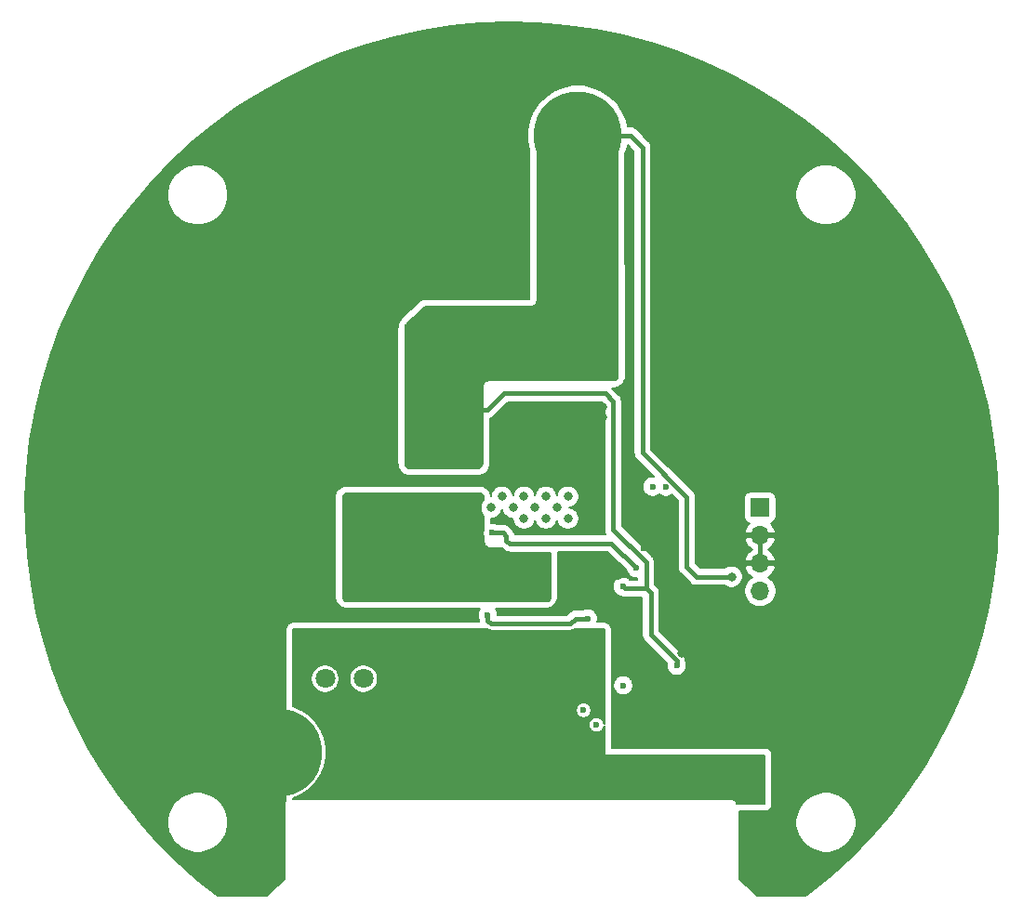
<source format=gbr>
%TF.GenerationSoftware,KiCad,Pcbnew,(5.1.7)-1*%
%TF.CreationDate,2021-06-07T18:47:12+03:00*%
%TF.ProjectId,SynchronousBuck,53796e63-6872-46f6-9e6f-75734275636b,rev?*%
%TF.SameCoordinates,Original*%
%TF.FileFunction,Copper,L3,Inr*%
%TF.FilePolarity,Positive*%
%FSLAX46Y46*%
G04 Gerber Fmt 4.6, Leading zero omitted, Abs format (unit mm)*
G04 Created by KiCad (PCBNEW (5.1.7)-1) date 2021-06-07 18:47:12*
%MOMM*%
%LPD*%
G01*
G04 APERTURE LIST*
%TA.AperFunction,ComponentPad*%
%ADD10C,1.800000*%
%TD*%
%TA.AperFunction,ComponentPad*%
%ADD11C,8.000000*%
%TD*%
%TA.AperFunction,ComponentPad*%
%ADD12O,1.700000X1.700000*%
%TD*%
%TA.AperFunction,ComponentPad*%
%ADD13R,1.700000X1.700000*%
%TD*%
%TA.AperFunction,ViaPad*%
%ADD14C,0.800000*%
%TD*%
%TA.AperFunction,ViaPad*%
%ADD15C,0.600000*%
%TD*%
%TA.AperFunction,Conductor*%
%ADD16C,0.400000*%
%TD*%
%TA.AperFunction,Conductor*%
%ADD17C,0.200000*%
%TD*%
%TA.AperFunction,Conductor*%
%ADD18C,0.100000*%
%TD*%
%TA.AperFunction,Conductor*%
%ADD19C,0.254000*%
%TD*%
G04 APERTURE END LIST*
D10*
%TO.N,GND*%
%TO.C,J104*%
X83000000Y-115500000D03*
%TO.N,Net-(C119-Pad2)*%
X86500000Y-115500000D03*
%TD*%
D11*
%TO.N,GND*%
%TO.C,J103*%
X94000000Y-66000000D03*
%TO.N,/VOUT*%
X106000000Y-66000000D03*
%TD*%
%TO.N,VCC*%
%TO.C,J101*%
X90700000Y-122200000D03*
%TO.N,GND*%
X78700000Y-122200000D03*
%TD*%
D12*
%TO.N,Net-(J102-Pad4)*%
%TO.C,J102*%
X122600000Y-107520000D03*
%TO.N,GND*%
X122600000Y-104980000D03*
X122600000Y-102440000D03*
D13*
%TO.N,Net-(J102-Pad1)*%
X122600000Y-99900000D03*
%TD*%
D14*
%TO.N,GND*%
X105900000Y-90700000D03*
X107100000Y-90700000D03*
X103600000Y-90700000D03*
X104700000Y-90700000D03*
X108300000Y-90700000D03*
X101300000Y-90700000D03*
X102500000Y-90700000D03*
X115500000Y-113200000D03*
X109700000Y-106100000D03*
X115500000Y-112200000D03*
X115500000Y-111200000D03*
X115500000Y-110200000D03*
X116300000Y-112700000D03*
X116300000Y-111700000D03*
X116300000Y-110700000D03*
D15*
X107500000Y-102000000D03*
X112200000Y-99000000D03*
D14*
X107100000Y-91700000D03*
X105900000Y-91700000D03*
X104700000Y-91700000D03*
X103600000Y-91700000D03*
X102500000Y-91700000D03*
X103600000Y-93000000D03*
X102500000Y-93000000D03*
X101300000Y-93000000D03*
X101300000Y-91700000D03*
X108300000Y-91700000D03*
D15*
X121300000Y-120200000D03*
X118100000Y-119400000D03*
X112000000Y-103600000D03*
X106525000Y-118375000D03*
X107700000Y-119700000D03*
D14*
%TO.N,VCC*%
X105500000Y-121000000D03*
X101000000Y-119000000D03*
X98300000Y-119600000D03*
X96000000Y-121000000D03*
X99500000Y-121000000D03*
X102500000Y-121000000D03*
X122500000Y-126000000D03*
X122500000Y-123000000D03*
X121000000Y-124500000D03*
X119500000Y-126000000D03*
X116500000Y-126000000D03*
X113500000Y-126000000D03*
X113500000Y-123000000D03*
X115000000Y-124500000D03*
X111500000Y-124500000D03*
X110000000Y-126000000D03*
X110000000Y-123000000D03*
X107000000Y-126000000D03*
X107000000Y-123000000D03*
X104000000Y-126000000D03*
X104000000Y-123000000D03*
X108500000Y-124500000D03*
X105500000Y-124500000D03*
X101000000Y-126000000D03*
X101000000Y-123000000D03*
X102500000Y-124500000D03*
X98000000Y-126000000D03*
X99500000Y-124500000D03*
X98000000Y-123000000D03*
X96000000Y-124500000D03*
X118000000Y-124500000D03*
D15*
X110135000Y-116100000D03*
D14*
%TO.N,Net-(Q102-Pad1)*%
X105100000Y-98900000D03*
X104100000Y-99900000D03*
X105100000Y-100900000D03*
X103100000Y-100900000D03*
X101100000Y-100900000D03*
X100100000Y-99900000D03*
X102100000Y-99900000D03*
X103100000Y-98900000D03*
X101100000Y-98900000D03*
X99100000Y-98900000D03*
X98100000Y-99900000D03*
D15*
%TO.N,Net-(R112-Pad2)*%
X114000000Y-98000000D03*
X112800000Y-98000000D03*
D14*
%TO.N,/SW*%
X90000000Y-99500000D03*
X90000000Y-100500000D03*
X90000000Y-101500000D03*
X90000000Y-102500000D03*
X90000000Y-103500000D03*
X90000000Y-104500000D03*
X90000000Y-105500000D03*
X90000000Y-106500000D03*
X90000000Y-107500000D03*
X98000000Y-108000000D03*
X98000000Y-107000000D03*
X98000000Y-106000000D03*
X98000000Y-105000000D03*
X98000000Y-104000000D03*
X91000000Y-102000000D03*
X92000000Y-102000000D03*
X93000000Y-102000000D03*
X94000000Y-102000000D03*
X95000000Y-102000000D03*
X96000000Y-102000000D03*
D15*
%TO.N,/HO*%
X97800000Y-109700000D03*
X106900000Y-110000000D03*
%TO.N,/LO*%
X98200000Y-102200000D03*
X111300000Y-105400000D03*
D14*
%TO.N,/VOUT*%
X105000000Y-84000000D03*
X103000000Y-84000000D03*
X102000000Y-84000000D03*
X104000000Y-84000000D03*
X101000000Y-84000000D03*
X106000000Y-71000000D03*
X106000000Y-72000000D03*
X106000000Y-73000000D03*
X106000000Y-74000000D03*
X106000000Y-75000000D03*
X106000000Y-76000000D03*
X106000000Y-77000000D03*
X106000000Y-78000000D03*
X106000000Y-79000000D03*
X106000000Y-81000000D03*
X106000000Y-80000000D03*
X106000000Y-82000000D03*
X106000000Y-83000000D03*
X106000000Y-84000000D03*
D15*
X110100000Y-107100000D03*
X115000000Y-114300000D03*
D14*
X95000000Y-92000000D03*
X94000000Y-92000000D03*
X93000000Y-92000000D03*
X92000000Y-92000000D03*
X91500000Y-91000000D03*
X92500000Y-91000000D03*
X93500000Y-91000000D03*
X94500000Y-91000000D03*
X95000000Y-90000000D03*
X94000000Y-90000000D03*
X93000000Y-90000000D03*
X92000000Y-90000000D03*
X120000000Y-106200000D03*
%TD*%
D16*
%TO.N,/HO*%
X105800000Y-110000000D02*
X105300000Y-110500000D01*
X106900000Y-110000000D02*
X105800000Y-110000000D01*
X97800000Y-109700000D02*
X97800000Y-110200000D01*
X98100000Y-110500000D02*
X105300000Y-110500000D01*
X97800000Y-110200000D02*
X98100000Y-110500000D01*
%TO.N,/LO*%
X109060001Y-103160001D02*
X99760001Y-103160001D01*
X111300000Y-105400000D02*
X109060001Y-103160001D01*
X99760001Y-103160001D02*
X99500000Y-102900000D01*
X99500000Y-102900000D02*
X99500000Y-102500000D01*
X99200000Y-102200000D02*
X98200000Y-102200000D01*
X99500000Y-102500000D02*
X99200000Y-102200000D01*
%TO.N,/VOUT*%
X115000000Y-113824802D02*
X115000000Y-114300000D01*
X112650000Y-107700000D02*
X112650000Y-111474802D01*
X112650000Y-111474802D02*
X115000000Y-113824802D01*
X112210001Y-107260001D02*
X112650000Y-107700000D01*
X110260001Y-107260001D02*
X112210001Y-107260001D01*
X110100000Y-107100000D02*
X110260001Y-107260001D01*
X112210001Y-104910001D02*
X109200000Y-101900000D01*
X112210001Y-107260001D02*
X112210001Y-104910001D01*
X94500000Y-91000000D02*
X97800000Y-91000000D01*
X97800000Y-91000000D02*
X99300000Y-89500000D01*
X108500000Y-89500000D02*
X109200000Y-90200000D01*
X99300000Y-89500000D02*
X108500000Y-89500000D01*
X109200000Y-101900000D02*
X109200000Y-90200000D01*
X106000000Y-66000000D02*
X110800000Y-66000000D01*
X110800000Y-66000000D02*
X111900000Y-67100000D01*
X111900000Y-94923198D02*
X115900000Y-98923198D01*
X111900000Y-67100000D02*
X111900000Y-94923198D01*
X115900000Y-105300000D02*
X116800000Y-106200000D01*
X115900000Y-98923198D02*
X115900000Y-105300000D01*
X116800000Y-106200000D02*
X120000000Y-106200000D01*
%TD*%
D17*
%TO.N,VCC*%
X97765045Y-111001296D02*
X97869279Y-111057010D01*
X97982379Y-111091318D01*
X98099999Y-111102903D01*
X98129473Y-111100000D01*
X105270526Y-111100000D01*
X105300000Y-111102903D01*
X105329474Y-111100000D01*
X105417621Y-111091318D01*
X105530721Y-111057010D01*
X105634955Y-111001296D01*
X105636534Y-111000000D01*
X108380109Y-111000000D01*
X108394174Y-111005826D01*
X108400000Y-111019891D01*
X108400000Y-119631056D01*
X108373099Y-119495818D01*
X108320332Y-119368426D01*
X108243726Y-119253776D01*
X108146224Y-119156274D01*
X108031574Y-119079668D01*
X107904182Y-119026901D01*
X107768944Y-119000000D01*
X107631056Y-119000000D01*
X107495818Y-119026901D01*
X107368426Y-119079668D01*
X107253776Y-119156274D01*
X107156274Y-119253776D01*
X107079668Y-119368426D01*
X107026901Y-119495818D01*
X107000000Y-119631056D01*
X107000000Y-119768944D01*
X107026901Y-119904182D01*
X107079668Y-120031574D01*
X107156274Y-120146224D01*
X107253776Y-120243726D01*
X107368426Y-120320332D01*
X107495818Y-120373099D01*
X107631056Y-120400000D01*
X107768944Y-120400000D01*
X107904182Y-120373099D01*
X108031574Y-120320332D01*
X108146224Y-120243726D01*
X108243726Y-120146224D01*
X108320332Y-120031574D01*
X108373099Y-119904182D01*
X108400000Y-119768944D01*
X108400000Y-122299862D01*
X108401921Y-122319371D01*
X108407625Y-122338162D01*
X108436963Y-122408922D01*
X108446210Y-122426207D01*
X108458651Y-122441357D01*
X108473809Y-122453788D01*
X108491165Y-122463050D01*
X108561964Y-122492290D01*
X108580730Y-122497961D01*
X108600274Y-122499862D01*
X122980090Y-122480101D01*
X122994167Y-122485915D01*
X123000000Y-122499983D01*
X123000000Y-126880109D01*
X122994174Y-126894174D01*
X122980109Y-126900000D01*
X120492163Y-126900000D01*
X120464175Y-126807733D01*
X120417746Y-126720871D01*
X120355264Y-126644736D01*
X120279129Y-126582254D01*
X120192267Y-126535825D01*
X120098017Y-126507235D01*
X120024560Y-126500000D01*
X120000000Y-126497581D01*
X119975440Y-126500000D01*
X80100000Y-126500000D01*
X80100000Y-126382627D01*
X80784182Y-126099230D01*
X81504837Y-125617703D01*
X82117703Y-125004837D01*
X82599230Y-124284182D01*
X82930911Y-123483433D01*
X83100000Y-122633362D01*
X83100000Y-121766638D01*
X82930911Y-120916567D01*
X82599230Y-120115818D01*
X82117703Y-119395163D01*
X81504837Y-118782297D01*
X80792094Y-118306056D01*
X105825000Y-118306056D01*
X105825000Y-118443944D01*
X105851901Y-118579182D01*
X105904668Y-118706574D01*
X105981274Y-118821224D01*
X106078776Y-118918726D01*
X106193426Y-118995332D01*
X106320818Y-119048099D01*
X106456056Y-119075000D01*
X106593944Y-119075000D01*
X106729182Y-119048099D01*
X106856574Y-118995332D01*
X106971224Y-118918726D01*
X107068726Y-118821224D01*
X107145332Y-118706574D01*
X107198099Y-118579182D01*
X107225000Y-118443944D01*
X107225000Y-118306056D01*
X107198099Y-118170818D01*
X107145332Y-118043426D01*
X107068726Y-117928776D01*
X106971224Y-117831274D01*
X106856574Y-117754668D01*
X106729182Y-117701901D01*
X106593944Y-117675000D01*
X106456056Y-117675000D01*
X106320818Y-117701901D01*
X106193426Y-117754668D01*
X106078776Y-117831274D01*
X105981274Y-117928776D01*
X105904668Y-118043426D01*
X105851901Y-118170818D01*
X105825000Y-118306056D01*
X80792094Y-118306056D01*
X80784182Y-118300770D01*
X80100000Y-118017373D01*
X80100000Y-115371961D01*
X81700000Y-115371961D01*
X81700000Y-115628039D01*
X81749958Y-115879196D01*
X81847955Y-116115781D01*
X81990224Y-116328702D01*
X82171298Y-116509776D01*
X82384219Y-116652045D01*
X82620804Y-116750042D01*
X82871961Y-116800000D01*
X83128039Y-116800000D01*
X83379196Y-116750042D01*
X83615781Y-116652045D01*
X83828702Y-116509776D01*
X84009776Y-116328702D01*
X84152045Y-116115781D01*
X84250042Y-115879196D01*
X84300000Y-115628039D01*
X84300000Y-115371961D01*
X85200000Y-115371961D01*
X85200000Y-115628039D01*
X85249958Y-115879196D01*
X85347955Y-116115781D01*
X85490224Y-116328702D01*
X85671298Y-116509776D01*
X85884219Y-116652045D01*
X86120804Y-116750042D01*
X86371961Y-116800000D01*
X86628039Y-116800000D01*
X86879196Y-116750042D01*
X87115781Y-116652045D01*
X87328702Y-116509776D01*
X87509776Y-116328702D01*
X87652045Y-116115781D01*
X87750042Y-115879196D01*
X87800000Y-115628039D01*
X87800000Y-115371961D01*
X87750042Y-115120804D01*
X87652045Y-114884219D01*
X87509776Y-114671298D01*
X87328702Y-114490224D01*
X87115781Y-114347955D01*
X86879196Y-114249958D01*
X86628039Y-114200000D01*
X86371961Y-114200000D01*
X86120804Y-114249958D01*
X85884219Y-114347955D01*
X85671298Y-114490224D01*
X85490224Y-114671298D01*
X85347955Y-114884219D01*
X85249958Y-115120804D01*
X85200000Y-115371961D01*
X84300000Y-115371961D01*
X84250042Y-115120804D01*
X84152045Y-114884219D01*
X84009776Y-114671298D01*
X83828702Y-114490224D01*
X83615781Y-114347955D01*
X83379196Y-114249958D01*
X83128039Y-114200000D01*
X82871961Y-114200000D01*
X82620804Y-114249958D01*
X82384219Y-114347955D01*
X82171298Y-114490224D01*
X81990224Y-114671298D01*
X81847955Y-114884219D01*
X81749958Y-115120804D01*
X81700000Y-115371961D01*
X80100000Y-115371961D01*
X80100000Y-111019891D01*
X80105826Y-111005826D01*
X80119891Y-111000000D01*
X97763466Y-111000000D01*
X97765045Y-111001296D01*
%TA.AperFunction,Conductor*%
D18*
G36*
X97765045Y-111001296D02*
G01*
X97869279Y-111057010D01*
X97982379Y-111091318D01*
X98099999Y-111102903D01*
X98129473Y-111100000D01*
X105270526Y-111100000D01*
X105300000Y-111102903D01*
X105329474Y-111100000D01*
X105417621Y-111091318D01*
X105530721Y-111057010D01*
X105634955Y-111001296D01*
X105636534Y-111000000D01*
X108380109Y-111000000D01*
X108394174Y-111005826D01*
X108400000Y-111019891D01*
X108400000Y-119631056D01*
X108373099Y-119495818D01*
X108320332Y-119368426D01*
X108243726Y-119253776D01*
X108146224Y-119156274D01*
X108031574Y-119079668D01*
X107904182Y-119026901D01*
X107768944Y-119000000D01*
X107631056Y-119000000D01*
X107495818Y-119026901D01*
X107368426Y-119079668D01*
X107253776Y-119156274D01*
X107156274Y-119253776D01*
X107079668Y-119368426D01*
X107026901Y-119495818D01*
X107000000Y-119631056D01*
X107000000Y-119768944D01*
X107026901Y-119904182D01*
X107079668Y-120031574D01*
X107156274Y-120146224D01*
X107253776Y-120243726D01*
X107368426Y-120320332D01*
X107495818Y-120373099D01*
X107631056Y-120400000D01*
X107768944Y-120400000D01*
X107904182Y-120373099D01*
X108031574Y-120320332D01*
X108146224Y-120243726D01*
X108243726Y-120146224D01*
X108320332Y-120031574D01*
X108373099Y-119904182D01*
X108400000Y-119768944D01*
X108400000Y-122299862D01*
X108401921Y-122319371D01*
X108407625Y-122338162D01*
X108436963Y-122408922D01*
X108446210Y-122426207D01*
X108458651Y-122441357D01*
X108473809Y-122453788D01*
X108491165Y-122463050D01*
X108561964Y-122492290D01*
X108580730Y-122497961D01*
X108600274Y-122499862D01*
X122980090Y-122480101D01*
X122994167Y-122485915D01*
X123000000Y-122499983D01*
X123000000Y-126880109D01*
X122994174Y-126894174D01*
X122980109Y-126900000D01*
X120492163Y-126900000D01*
X120464175Y-126807733D01*
X120417746Y-126720871D01*
X120355264Y-126644736D01*
X120279129Y-126582254D01*
X120192267Y-126535825D01*
X120098017Y-126507235D01*
X120024560Y-126500000D01*
X120000000Y-126497581D01*
X119975440Y-126500000D01*
X80100000Y-126500000D01*
X80100000Y-126382627D01*
X80784182Y-126099230D01*
X81504837Y-125617703D01*
X82117703Y-125004837D01*
X82599230Y-124284182D01*
X82930911Y-123483433D01*
X83100000Y-122633362D01*
X83100000Y-121766638D01*
X82930911Y-120916567D01*
X82599230Y-120115818D01*
X82117703Y-119395163D01*
X81504837Y-118782297D01*
X80792094Y-118306056D01*
X105825000Y-118306056D01*
X105825000Y-118443944D01*
X105851901Y-118579182D01*
X105904668Y-118706574D01*
X105981274Y-118821224D01*
X106078776Y-118918726D01*
X106193426Y-118995332D01*
X106320818Y-119048099D01*
X106456056Y-119075000D01*
X106593944Y-119075000D01*
X106729182Y-119048099D01*
X106856574Y-118995332D01*
X106971224Y-118918726D01*
X107068726Y-118821224D01*
X107145332Y-118706574D01*
X107198099Y-118579182D01*
X107225000Y-118443944D01*
X107225000Y-118306056D01*
X107198099Y-118170818D01*
X107145332Y-118043426D01*
X107068726Y-117928776D01*
X106971224Y-117831274D01*
X106856574Y-117754668D01*
X106729182Y-117701901D01*
X106593944Y-117675000D01*
X106456056Y-117675000D01*
X106320818Y-117701901D01*
X106193426Y-117754668D01*
X106078776Y-117831274D01*
X105981274Y-117928776D01*
X105904668Y-118043426D01*
X105851901Y-118170818D01*
X105825000Y-118306056D01*
X80792094Y-118306056D01*
X80784182Y-118300770D01*
X80100000Y-118017373D01*
X80100000Y-115371961D01*
X81700000Y-115371961D01*
X81700000Y-115628039D01*
X81749958Y-115879196D01*
X81847955Y-116115781D01*
X81990224Y-116328702D01*
X82171298Y-116509776D01*
X82384219Y-116652045D01*
X82620804Y-116750042D01*
X82871961Y-116800000D01*
X83128039Y-116800000D01*
X83379196Y-116750042D01*
X83615781Y-116652045D01*
X83828702Y-116509776D01*
X84009776Y-116328702D01*
X84152045Y-116115781D01*
X84250042Y-115879196D01*
X84300000Y-115628039D01*
X84300000Y-115371961D01*
X85200000Y-115371961D01*
X85200000Y-115628039D01*
X85249958Y-115879196D01*
X85347955Y-116115781D01*
X85490224Y-116328702D01*
X85671298Y-116509776D01*
X85884219Y-116652045D01*
X86120804Y-116750042D01*
X86371961Y-116800000D01*
X86628039Y-116800000D01*
X86879196Y-116750042D01*
X87115781Y-116652045D01*
X87328702Y-116509776D01*
X87509776Y-116328702D01*
X87652045Y-116115781D01*
X87750042Y-115879196D01*
X87800000Y-115628039D01*
X87800000Y-115371961D01*
X87750042Y-115120804D01*
X87652045Y-114884219D01*
X87509776Y-114671298D01*
X87328702Y-114490224D01*
X87115781Y-114347955D01*
X86879196Y-114249958D01*
X86628039Y-114200000D01*
X86371961Y-114200000D01*
X86120804Y-114249958D01*
X85884219Y-114347955D01*
X85671298Y-114490224D01*
X85490224Y-114671298D01*
X85347955Y-114884219D01*
X85249958Y-115120804D01*
X85200000Y-115371961D01*
X84300000Y-115371961D01*
X84250042Y-115120804D01*
X84152045Y-114884219D01*
X84009776Y-114671298D01*
X83828702Y-114490224D01*
X83615781Y-114347955D01*
X83379196Y-114249958D01*
X83128039Y-114200000D01*
X82871961Y-114200000D01*
X82620804Y-114249958D01*
X82384219Y-114347955D01*
X82171298Y-114490224D01*
X81990224Y-114671298D01*
X81847955Y-114884219D01*
X81749958Y-115120804D01*
X81700000Y-115371961D01*
X80100000Y-115371961D01*
X80100000Y-111019891D01*
X80105826Y-111005826D01*
X80119891Y-111000000D01*
X97763466Y-111000000D01*
X97765045Y-111001296D01*
G37*
%TD.AperFunction*%
%TD*%
D17*
%TO.N,/VOUT*%
X109304361Y-66114419D02*
X109400500Y-66154172D01*
X109483102Y-66217423D01*
X109546554Y-66299873D01*
X109586541Y-66395916D01*
X109601225Y-66505571D01*
X109653083Y-87892470D01*
X109638843Y-88002523D01*
X109599082Y-88099009D01*
X109535674Y-88181887D01*
X109452945Y-88245500D01*
X109356561Y-88285493D01*
X109246535Y-88300000D01*
X97900000Y-88300000D01*
X97886947Y-88300855D01*
X97757537Y-88317892D01*
X97732322Y-88324649D01*
X97611732Y-88374599D01*
X97589123Y-88387652D01*
X97485570Y-88467112D01*
X97467112Y-88485570D01*
X97387652Y-88589123D01*
X97374599Y-88611732D01*
X97324649Y-88732322D01*
X97317892Y-88757537D01*
X97300855Y-88886947D01*
X97300000Y-88900000D01*
X97300000Y-95893441D01*
X97285536Y-96003307D01*
X97245664Y-96099567D01*
X97182232Y-96182232D01*
X97099567Y-96245664D01*
X97003307Y-96285536D01*
X96893441Y-96300000D01*
X90706559Y-96300000D01*
X90596693Y-96285536D01*
X90500433Y-96245664D01*
X90417768Y-96182232D01*
X90354336Y-96099567D01*
X90314464Y-96003307D01*
X90300000Y-95893441D01*
X90300000Y-83513666D01*
X90314464Y-83403800D01*
X90354337Y-83307538D01*
X90421788Y-83219634D01*
X91919634Y-81721788D01*
X92007538Y-81654337D01*
X92103800Y-81614464D01*
X92213666Y-81600000D01*
X101700000Y-81600000D01*
X101713053Y-81599145D01*
X101842463Y-81582108D01*
X101867678Y-81575351D01*
X101988268Y-81525401D01*
X102010877Y-81512348D01*
X102114430Y-81432888D01*
X102132888Y-81414430D01*
X102212348Y-81310877D01*
X102225401Y-81288268D01*
X102275351Y-81167678D01*
X102282108Y-81142463D01*
X102299145Y-81013053D01*
X102300000Y-81000000D01*
X102300000Y-66506559D01*
X102314464Y-66396693D01*
X102354336Y-66300433D01*
X102417768Y-66217768D01*
X102500433Y-66154336D01*
X102596693Y-66114464D01*
X102706559Y-66100000D01*
X109194667Y-66100000D01*
X109304361Y-66114419D01*
%TA.AperFunction,Conductor*%
D18*
G36*
X109304361Y-66114419D02*
G01*
X109400500Y-66154172D01*
X109483102Y-66217423D01*
X109546554Y-66299873D01*
X109586541Y-66395916D01*
X109601225Y-66505571D01*
X109653083Y-87892470D01*
X109638843Y-88002523D01*
X109599082Y-88099009D01*
X109535674Y-88181887D01*
X109452945Y-88245500D01*
X109356561Y-88285493D01*
X109246535Y-88300000D01*
X97900000Y-88300000D01*
X97886947Y-88300855D01*
X97757537Y-88317892D01*
X97732322Y-88324649D01*
X97611732Y-88374599D01*
X97589123Y-88387652D01*
X97485570Y-88467112D01*
X97467112Y-88485570D01*
X97387652Y-88589123D01*
X97374599Y-88611732D01*
X97324649Y-88732322D01*
X97317892Y-88757537D01*
X97300855Y-88886947D01*
X97300000Y-88900000D01*
X97300000Y-95893441D01*
X97285536Y-96003307D01*
X97245664Y-96099567D01*
X97182232Y-96182232D01*
X97099567Y-96245664D01*
X97003307Y-96285536D01*
X96893441Y-96300000D01*
X90706559Y-96300000D01*
X90596693Y-96285536D01*
X90500433Y-96245664D01*
X90417768Y-96182232D01*
X90354336Y-96099567D01*
X90314464Y-96003307D01*
X90300000Y-95893441D01*
X90300000Y-83513666D01*
X90314464Y-83403800D01*
X90354337Y-83307538D01*
X90421788Y-83219634D01*
X91919634Y-81721788D01*
X92007538Y-81654337D01*
X92103800Y-81614464D01*
X92213666Y-81600000D01*
X101700000Y-81600000D01*
X101713053Y-81599145D01*
X101842463Y-81582108D01*
X101867678Y-81575351D01*
X101988268Y-81525401D01*
X102010877Y-81512348D01*
X102114430Y-81432888D01*
X102132888Y-81414430D01*
X102212348Y-81310877D01*
X102225401Y-81288268D01*
X102275351Y-81167678D01*
X102282108Y-81142463D01*
X102299145Y-81013053D01*
X102300000Y-81000000D01*
X102300000Y-66506559D01*
X102314464Y-66396693D01*
X102354336Y-66300433D01*
X102417768Y-66217768D01*
X102500433Y-66154336D01*
X102596693Y-66114464D01*
X102706559Y-66100000D01*
X109194667Y-66100000D01*
X109304361Y-66114419D01*
G37*
%TD.AperFunction*%
%TD*%
D19*
%TO.N,/SW*%
X97096257Y-98640769D02*
X97185955Y-98677923D01*
X97262976Y-98737024D01*
X97322077Y-98814045D01*
X97359231Y-98903743D01*
X97373000Y-99008328D01*
X97373000Y-99163289D01*
X97296063Y-99240226D01*
X97182795Y-99409744D01*
X97104774Y-99598102D01*
X97065000Y-99798061D01*
X97065000Y-100001939D01*
X97104774Y-100201898D01*
X97182795Y-100390256D01*
X97296063Y-100559774D01*
X97373000Y-100636711D01*
X97373000Y-101754737D01*
X97371414Y-101757111D01*
X97300932Y-101927271D01*
X97265000Y-102107911D01*
X97265000Y-102292089D01*
X97300932Y-102472729D01*
X97371414Y-102642889D01*
X97373000Y-102645263D01*
X97373000Y-103000000D01*
X97374086Y-103016577D01*
X97391123Y-103145987D01*
X97399704Y-103178011D01*
X97449654Y-103298601D01*
X97466232Y-103327313D01*
X97545692Y-103430866D01*
X97569134Y-103454308D01*
X97672687Y-103533768D01*
X97701399Y-103550346D01*
X97821989Y-103600296D01*
X97854013Y-103608877D01*
X97983423Y-103625914D01*
X98000000Y-103627000D01*
X99046132Y-103627000D01*
X99140559Y-103721427D01*
X99166710Y-103753292D01*
X99293855Y-103857637D01*
X99438914Y-103935173D01*
X99596312Y-103982919D01*
X99760001Y-103999041D01*
X99801019Y-103995001D01*
X103446245Y-103995001D01*
X103448000Y-104008328D01*
X103448000Y-107991672D01*
X103434231Y-108096257D01*
X103397077Y-108185955D01*
X103337976Y-108262976D01*
X103260955Y-108322077D01*
X103171257Y-108359231D01*
X103066672Y-108373000D01*
X85008328Y-108373000D01*
X84903743Y-108359231D01*
X84814045Y-108322077D01*
X84737024Y-108262976D01*
X84677923Y-108185955D01*
X84640769Y-108096257D01*
X84627000Y-107991672D01*
X84627000Y-99008328D01*
X84640769Y-98903743D01*
X84677923Y-98814045D01*
X84737024Y-98737024D01*
X84814045Y-98677923D01*
X84903743Y-98640769D01*
X85008328Y-98627000D01*
X96991672Y-98627000D01*
X97096257Y-98640769D01*
%TA.AperFunction,Conductor*%
D18*
G36*
X97096257Y-98640769D02*
G01*
X97185955Y-98677923D01*
X97262976Y-98737024D01*
X97322077Y-98814045D01*
X97359231Y-98903743D01*
X97373000Y-99008328D01*
X97373000Y-99163289D01*
X97296063Y-99240226D01*
X97182795Y-99409744D01*
X97104774Y-99598102D01*
X97065000Y-99798061D01*
X97065000Y-100001939D01*
X97104774Y-100201898D01*
X97182795Y-100390256D01*
X97296063Y-100559774D01*
X97373000Y-100636711D01*
X97373000Y-101754737D01*
X97371414Y-101757111D01*
X97300932Y-101927271D01*
X97265000Y-102107911D01*
X97265000Y-102292089D01*
X97300932Y-102472729D01*
X97371414Y-102642889D01*
X97373000Y-102645263D01*
X97373000Y-103000000D01*
X97374086Y-103016577D01*
X97391123Y-103145987D01*
X97399704Y-103178011D01*
X97449654Y-103298601D01*
X97466232Y-103327313D01*
X97545692Y-103430866D01*
X97569134Y-103454308D01*
X97672687Y-103533768D01*
X97701399Y-103550346D01*
X97821989Y-103600296D01*
X97854013Y-103608877D01*
X97983423Y-103625914D01*
X98000000Y-103627000D01*
X99046132Y-103627000D01*
X99140559Y-103721427D01*
X99166710Y-103753292D01*
X99293855Y-103857637D01*
X99438914Y-103935173D01*
X99596312Y-103982919D01*
X99760001Y-103999041D01*
X99801019Y-103995001D01*
X103446245Y-103995001D01*
X103448000Y-104008328D01*
X103448000Y-107991672D01*
X103434231Y-108096257D01*
X103397077Y-108185955D01*
X103337976Y-108262976D01*
X103260955Y-108322077D01*
X103171257Y-108359231D01*
X103066672Y-108373000D01*
X85008328Y-108373000D01*
X84903743Y-108359231D01*
X84814045Y-108322077D01*
X84737024Y-108262976D01*
X84677923Y-108185955D01*
X84640769Y-108096257D01*
X84627000Y-107991672D01*
X84627000Y-99008328D01*
X84640769Y-98903743D01*
X84677923Y-98814045D01*
X84737024Y-98737024D01*
X84814045Y-98677923D01*
X84903743Y-98640769D01*
X85008328Y-98627000D01*
X96991672Y-98627000D01*
X97096257Y-98640769D01*
G37*
%TD.AperFunction*%
%TD*%
D17*
%TO.N,GND*%
X102372012Y-55771873D02*
X104990833Y-55990396D01*
X107592113Y-56363851D01*
X110166635Y-56890915D01*
X112705390Y-57569743D01*
X115199419Y-58397940D01*
X117639926Y-59372587D01*
X120018345Y-60490260D01*
X122326290Y-61747020D01*
X124555635Y-63138442D01*
X126698540Y-64659631D01*
X128747446Y-66305222D01*
X130695173Y-68069450D01*
X132534824Y-69946066D01*
X134259946Y-71928488D01*
X135864457Y-74009725D01*
X137342726Y-76182475D01*
X138689524Y-78439054D01*
X139900128Y-80771543D01*
X140970267Y-83171723D01*
X141896174Y-85631133D01*
X142674596Y-88141140D01*
X143302788Y-90692892D01*
X143778537Y-93277398D01*
X144100174Y-95885586D01*
X144266560Y-98508242D01*
X144277115Y-101136150D01*
X144131797Y-103760072D01*
X143831120Y-106370765D01*
X143376145Y-108959005D01*
X142768472Y-111515707D01*
X142010235Y-114031885D01*
X141104112Y-116498657D01*
X140053278Y-118907370D01*
X138861458Y-121249491D01*
X137532820Y-123516827D01*
X136072059Y-125701366D01*
X134484311Y-127795430D01*
X132775169Y-129791642D01*
X130950647Y-131682979D01*
X129017163Y-133462784D01*
X126974985Y-135130133D01*
X126761733Y-135292000D01*
X122293263Y-135292000D01*
X120708000Y-133706738D01*
X120708000Y-128312631D01*
X125826270Y-128312631D01*
X125826270Y-128855909D01*
X125932258Y-129388749D01*
X126140162Y-129890673D01*
X126441991Y-130342393D01*
X126826147Y-130726549D01*
X127277867Y-131028378D01*
X127779791Y-131236282D01*
X128312631Y-131342270D01*
X128855909Y-131342270D01*
X129388749Y-131236282D01*
X129890673Y-131028378D01*
X130342393Y-130726549D01*
X130726549Y-130342393D01*
X131028378Y-129890673D01*
X131236282Y-129388749D01*
X131342270Y-128855909D01*
X131342270Y-128312631D01*
X131236282Y-127779791D01*
X131028378Y-127277867D01*
X130726549Y-126826147D01*
X130342393Y-126441991D01*
X129890673Y-126140162D01*
X129388749Y-125932258D01*
X128855909Y-125826270D01*
X128312631Y-125826270D01*
X127779791Y-125932258D01*
X127277867Y-126140162D01*
X126826147Y-126441991D01*
X126441991Y-126826147D01*
X126140162Y-127277867D01*
X125932258Y-127779791D01*
X125826270Y-128312631D01*
X120708000Y-128312631D01*
X120708000Y-127608000D01*
X123000000Y-127608000D01*
X123118612Y-127596318D01*
X123232668Y-127561720D01*
X123303379Y-127532431D01*
X123408500Y-127476243D01*
X123500634Y-127400630D01*
X123576246Y-127308495D01*
X123632431Y-127203379D01*
X123661720Y-127132668D01*
X123696317Y-127018615D01*
X123708000Y-126900000D01*
X123708000Y-122480074D01*
X123696277Y-122361256D01*
X123661639Y-122247211D01*
X123632301Y-122176451D01*
X123575845Y-122071004D01*
X123500137Y-121978948D01*
X123407925Y-121903431D01*
X123302751Y-121847354D01*
X123231952Y-121818114D01*
X123117658Y-121783594D01*
X122999027Y-121772075D01*
X109108000Y-121791164D01*
X109108000Y-116010570D01*
X109227000Y-116010570D01*
X109227000Y-116189430D01*
X109261894Y-116364854D01*
X109330341Y-116530099D01*
X109429711Y-116678816D01*
X109556184Y-116805289D01*
X109704901Y-116904659D01*
X109870146Y-116973106D01*
X110045570Y-117008000D01*
X110224430Y-117008000D01*
X110399854Y-116973106D01*
X110565099Y-116904659D01*
X110713816Y-116805289D01*
X110840289Y-116678816D01*
X110939659Y-116530099D01*
X111008106Y-116364854D01*
X111043000Y-116189430D01*
X111043000Y-116010570D01*
X111008106Y-115835146D01*
X110939659Y-115669901D01*
X110840289Y-115521184D01*
X110713816Y-115394711D01*
X110565099Y-115295341D01*
X110399854Y-115226894D01*
X110224430Y-115192000D01*
X110045570Y-115192000D01*
X109870146Y-115226894D01*
X109704901Y-115295341D01*
X109556184Y-115394711D01*
X109429711Y-115521184D01*
X109330341Y-115669901D01*
X109261894Y-115835146D01*
X109227000Y-116010570D01*
X109108000Y-116010570D01*
X109108000Y-111000000D01*
X109096318Y-110881388D01*
X109061720Y-110767332D01*
X109032431Y-110696621D01*
X108976243Y-110591500D01*
X108900630Y-110499366D01*
X108808495Y-110423754D01*
X108703379Y-110367569D01*
X108632668Y-110338280D01*
X108518615Y-110303683D01*
X108400000Y-110292000D01*
X107761862Y-110292000D01*
X107773106Y-110264854D01*
X107808000Y-110089430D01*
X107808000Y-109910570D01*
X107773106Y-109735146D01*
X107704659Y-109569901D01*
X107605289Y-109421184D01*
X107478816Y-109294711D01*
X107330099Y-109195341D01*
X107164854Y-109126894D01*
X106989430Y-109092000D01*
X106810570Y-109092000D01*
X106635146Y-109126894D01*
X106477967Y-109192000D01*
X105839680Y-109192000D01*
X105800000Y-109188092D01*
X105760320Y-109192000D01*
X105760312Y-109192000D01*
X105655536Y-109202320D01*
X105641603Y-109203692D01*
X105587728Y-109220035D01*
X105489296Y-109249894D01*
X105348928Y-109324922D01*
X105225894Y-109425894D01*
X105200593Y-109456723D01*
X104965317Y-109692000D01*
X98708000Y-109692000D01*
X98708000Y-109610570D01*
X98673106Y-109435146D01*
X98604659Y-109269901D01*
X98505289Y-109121184D01*
X98492105Y-109108000D01*
X103075000Y-109108000D01*
X103154359Y-109102799D01*
X103283769Y-109085762D01*
X103437081Y-109044682D01*
X103557671Y-108994732D01*
X103695130Y-108915370D01*
X103798683Y-108835910D01*
X103910910Y-108723683D01*
X103990370Y-108620130D01*
X104069732Y-108482671D01*
X104119682Y-108362081D01*
X104160762Y-108208769D01*
X104177799Y-108079359D01*
X104183000Y-108000000D01*
X104183000Y-104000000D01*
X104180903Y-103968001D01*
X108725318Y-103968001D01*
X110430234Y-105672918D01*
X110495341Y-105830099D01*
X110594711Y-105978816D01*
X110721184Y-106105289D01*
X110869901Y-106204659D01*
X111035146Y-106273106D01*
X111210570Y-106308000D01*
X111389430Y-106308000D01*
X111402001Y-106305499D01*
X111402001Y-106452001D01*
X110736106Y-106452001D01*
X110678816Y-106394711D01*
X110530099Y-106295341D01*
X110364854Y-106226894D01*
X110189430Y-106192000D01*
X110010570Y-106192000D01*
X109835146Y-106226894D01*
X109669901Y-106295341D01*
X109521184Y-106394711D01*
X109394711Y-106521184D01*
X109295341Y-106669901D01*
X109226894Y-106835146D01*
X109192000Y-107010570D01*
X109192000Y-107189430D01*
X109226894Y-107364854D01*
X109295341Y-107530099D01*
X109394711Y-107678816D01*
X109521184Y-107805289D01*
X109669901Y-107904659D01*
X109835146Y-107973106D01*
X109906701Y-107987339D01*
X109949297Y-108010107D01*
X110101605Y-108056309D01*
X110220313Y-108068001D01*
X110220321Y-108068001D01*
X110260001Y-108071909D01*
X110299681Y-108068001D01*
X111842000Y-108068001D01*
X111842001Y-111435112D01*
X111838092Y-111474802D01*
X111853692Y-111633198D01*
X111893840Y-111765546D01*
X111899895Y-111785506D01*
X111974923Y-111925874D01*
X112075895Y-112048908D01*
X112106723Y-112074208D01*
X114117066Y-114084553D01*
X114092000Y-114210570D01*
X114092000Y-114389430D01*
X114126894Y-114564854D01*
X114195341Y-114730099D01*
X114294711Y-114878816D01*
X114421184Y-115005289D01*
X114569901Y-115104659D01*
X114735146Y-115173106D01*
X114910570Y-115208000D01*
X115089430Y-115208000D01*
X115264854Y-115173106D01*
X115430099Y-115104659D01*
X115578816Y-115005289D01*
X115705289Y-114878816D01*
X115804659Y-114730099D01*
X115873106Y-114564854D01*
X115908000Y-114389430D01*
X115908000Y-114210570D01*
X115873106Y-114035146D01*
X115808000Y-113877967D01*
X115808000Y-113864482D01*
X115811908Y-113824802D01*
X115808000Y-113785122D01*
X115808000Y-113785114D01*
X115796308Y-113666406D01*
X115768420Y-113574470D01*
X115750106Y-113514097D01*
X115723971Y-113465204D01*
X115675078Y-113373730D01*
X115632641Y-113322020D01*
X115599406Y-113281523D01*
X115599402Y-113281519D01*
X115574106Y-113250696D01*
X115543284Y-113225401D01*
X113458000Y-111140119D01*
X113458000Y-107739680D01*
X113461908Y-107700000D01*
X113458000Y-107660320D01*
X113458000Y-107660312D01*
X113446308Y-107541604D01*
X113400106Y-107389296D01*
X113393213Y-107376399D01*
X121142000Y-107376399D01*
X121142000Y-107663601D01*
X121198030Y-107945283D01*
X121307937Y-108210622D01*
X121467497Y-108449421D01*
X121670579Y-108652503D01*
X121909378Y-108812063D01*
X122174717Y-108921970D01*
X122456399Y-108978000D01*
X122743601Y-108978000D01*
X123025283Y-108921970D01*
X123290622Y-108812063D01*
X123529421Y-108652503D01*
X123732503Y-108449421D01*
X123892063Y-108210622D01*
X124001970Y-107945283D01*
X124058000Y-107663601D01*
X124058000Y-107376399D01*
X124001970Y-107094717D01*
X123892063Y-106829378D01*
X123732503Y-106590579D01*
X123529421Y-106387497D01*
X123314910Y-106244166D01*
X123488852Y-106135736D01*
X123697246Y-105940122D01*
X123863473Y-105707611D01*
X123981146Y-105447139D01*
X124007903Y-105358910D01*
X123896889Y-105134000D01*
X122754000Y-105134000D01*
X122754000Y-105154000D01*
X122446000Y-105154000D01*
X122446000Y-105134000D01*
X121303111Y-105134000D01*
X121192097Y-105358910D01*
X121218854Y-105447139D01*
X121336527Y-105707611D01*
X121502754Y-105940122D01*
X121711148Y-106135736D01*
X121885090Y-106244166D01*
X121670579Y-106387497D01*
X121467497Y-106590579D01*
X121307937Y-106829378D01*
X121198030Y-107094717D01*
X121142000Y-107376399D01*
X113393213Y-107376399D01*
X113325078Y-107248928D01*
X113224106Y-107125894D01*
X113193278Y-107100594D01*
X113018001Y-106925317D01*
X113018001Y-104949680D01*
X113021909Y-104910000D01*
X113018001Y-104870320D01*
X113018001Y-104870313D01*
X113006309Y-104751605D01*
X113001847Y-104736894D01*
X112987703Y-104690268D01*
X112960107Y-104599297D01*
X112885079Y-104458929D01*
X112784107Y-104335895D01*
X112753279Y-104310595D01*
X110008000Y-101565317D01*
X110008000Y-90239677D01*
X110011908Y-90199999D01*
X110008000Y-90160321D01*
X110008000Y-90160312D01*
X109996308Y-90041604D01*
X109950106Y-89889296D01*
X109875078Y-89748928D01*
X109774106Y-89625894D01*
X109743277Y-89600593D01*
X109150683Y-89008000D01*
X109253100Y-89008000D01*
X109332580Y-89002783D01*
X109462185Y-88985694D01*
X109615721Y-88944487D01*
X109736466Y-88894386D01*
X109874064Y-88814795D01*
X109977696Y-88735109D01*
X110089964Y-88622569D01*
X110169398Y-88518745D01*
X110248656Y-88380952D01*
X110298464Y-88260085D01*
X110339297Y-88106453D01*
X110356072Y-87976808D01*
X110361097Y-87897314D01*
X110311957Y-67631300D01*
X110430917Y-67344104D01*
X110525570Y-66868253D01*
X111092000Y-67434684D01*
X111092001Y-94883508D01*
X111088092Y-94923198D01*
X111103692Y-95081594D01*
X111145426Y-95219169D01*
X111149895Y-95233902D01*
X111224923Y-95374270D01*
X111325895Y-95497304D01*
X111356723Y-95522604D01*
X112935228Y-97101110D01*
X112889430Y-97092000D01*
X112710570Y-97092000D01*
X112535146Y-97126894D01*
X112369901Y-97195341D01*
X112221184Y-97294711D01*
X112094711Y-97421184D01*
X111995341Y-97569901D01*
X111926894Y-97735146D01*
X111892000Y-97910570D01*
X111892000Y-98089430D01*
X111926894Y-98264854D01*
X111995341Y-98430099D01*
X112094711Y-98578816D01*
X112221184Y-98705289D01*
X112369901Y-98804659D01*
X112535146Y-98873106D01*
X112710570Y-98908000D01*
X112889430Y-98908000D01*
X113064854Y-98873106D01*
X113230099Y-98804659D01*
X113378816Y-98705289D01*
X113400000Y-98684105D01*
X113421184Y-98705289D01*
X113569901Y-98804659D01*
X113735146Y-98873106D01*
X113910570Y-98908000D01*
X114089430Y-98908000D01*
X114264854Y-98873106D01*
X114430099Y-98804659D01*
X114555192Y-98721074D01*
X115092000Y-99257882D01*
X115092001Y-105260310D01*
X115088092Y-105300000D01*
X115103692Y-105458396D01*
X115142121Y-105585078D01*
X115149895Y-105610704D01*
X115224923Y-105751072D01*
X115325895Y-105874106D01*
X115356723Y-105899406D01*
X116200594Y-106743277D01*
X116225894Y-106774106D01*
X116348928Y-106875078D01*
X116489296Y-106950106D01*
X116595401Y-106982293D01*
X116641603Y-106996308D01*
X116652417Y-106997373D01*
X116760312Y-107008000D01*
X116760319Y-107008000D01*
X116799999Y-107011908D01*
X116839679Y-107008000D01*
X119394906Y-107008000D01*
X119522533Y-107093278D01*
X119705977Y-107169263D01*
X119900721Y-107208000D01*
X120099279Y-107208000D01*
X120294023Y-107169263D01*
X120477467Y-107093278D01*
X120642562Y-106982965D01*
X120782965Y-106842562D01*
X120893278Y-106677467D01*
X120969263Y-106494023D01*
X121008000Y-106299279D01*
X121008000Y-106100721D01*
X120969263Y-105905977D01*
X120893278Y-105722533D01*
X120782965Y-105557438D01*
X120642562Y-105417035D01*
X120477467Y-105306722D01*
X120294023Y-105230737D01*
X120099279Y-105192000D01*
X119900721Y-105192000D01*
X119705977Y-105230737D01*
X119522533Y-105306722D01*
X119394906Y-105392000D01*
X117134684Y-105392000D01*
X116708000Y-104965317D01*
X116708000Y-102818910D01*
X121192097Y-102818910D01*
X121218854Y-102907139D01*
X121336527Y-103167611D01*
X121502754Y-103400122D01*
X121711148Y-103595736D01*
X121894449Y-103710000D01*
X121711148Y-103824264D01*
X121502754Y-104019878D01*
X121336527Y-104252389D01*
X121218854Y-104512861D01*
X121192097Y-104601090D01*
X121303111Y-104826000D01*
X122446000Y-104826000D01*
X122446000Y-102594000D01*
X122754000Y-102594000D01*
X122754000Y-104826000D01*
X123896889Y-104826000D01*
X124007903Y-104601090D01*
X123981146Y-104512861D01*
X123863473Y-104252389D01*
X123697246Y-104019878D01*
X123488852Y-103824264D01*
X123305551Y-103710000D01*
X123488852Y-103595736D01*
X123697246Y-103400122D01*
X123863473Y-103167611D01*
X123981146Y-102907139D01*
X124007903Y-102818910D01*
X123896889Y-102594000D01*
X122754000Y-102594000D01*
X122446000Y-102594000D01*
X121303111Y-102594000D01*
X121192097Y-102818910D01*
X116708000Y-102818910D01*
X116708000Y-99050000D01*
X121139059Y-99050000D01*
X121139059Y-100750000D01*
X121150798Y-100869189D01*
X121185564Y-100983797D01*
X121242021Y-101089421D01*
X121317999Y-101182001D01*
X121410579Y-101257979D01*
X121516203Y-101314436D01*
X121630811Y-101349202D01*
X121640908Y-101350196D01*
X121502754Y-101479878D01*
X121336527Y-101712389D01*
X121218854Y-101972861D01*
X121192097Y-102061090D01*
X121303111Y-102286000D01*
X122446000Y-102286000D01*
X122446000Y-102266000D01*
X122754000Y-102266000D01*
X122754000Y-102286000D01*
X123896889Y-102286000D01*
X124007903Y-102061090D01*
X123981146Y-101972861D01*
X123863473Y-101712389D01*
X123697246Y-101479878D01*
X123559092Y-101350196D01*
X123569189Y-101349202D01*
X123683797Y-101314436D01*
X123789421Y-101257979D01*
X123882001Y-101182001D01*
X123957979Y-101089421D01*
X124014436Y-100983797D01*
X124049202Y-100869189D01*
X124060941Y-100750000D01*
X124060941Y-99050000D01*
X124049202Y-98930811D01*
X124014436Y-98816203D01*
X123957979Y-98710579D01*
X123882001Y-98617999D01*
X123789421Y-98542021D01*
X123683797Y-98485564D01*
X123569189Y-98450798D01*
X123450000Y-98439059D01*
X121750000Y-98439059D01*
X121630811Y-98450798D01*
X121516203Y-98485564D01*
X121410579Y-98542021D01*
X121317999Y-98617999D01*
X121242021Y-98710579D01*
X121185564Y-98816203D01*
X121150798Y-98930811D01*
X121139059Y-99050000D01*
X116708000Y-99050000D01*
X116708000Y-98962877D01*
X116711908Y-98923197D01*
X116708000Y-98883517D01*
X116708000Y-98883510D01*
X116696308Y-98764802D01*
X116650106Y-98612494D01*
X116575078Y-98472126D01*
X116474106Y-98349092D01*
X116443279Y-98323793D01*
X112708000Y-94588515D01*
X112708000Y-71144091D01*
X125826270Y-71144091D01*
X125826270Y-71687369D01*
X125932258Y-72220209D01*
X126140162Y-72722133D01*
X126441991Y-73173853D01*
X126826147Y-73558009D01*
X127277867Y-73859838D01*
X127779791Y-74067742D01*
X128312631Y-74173730D01*
X128855909Y-74173730D01*
X129388749Y-74067742D01*
X129890673Y-73859838D01*
X130342393Y-73558009D01*
X130726549Y-73173853D01*
X131028378Y-72722133D01*
X131236282Y-72220209D01*
X131342270Y-71687369D01*
X131342270Y-71144091D01*
X131236282Y-70611251D01*
X131028378Y-70109327D01*
X130726549Y-69657607D01*
X130342393Y-69273451D01*
X129890673Y-68971622D01*
X129388749Y-68763718D01*
X128855909Y-68657730D01*
X128312631Y-68657730D01*
X127779791Y-68763718D01*
X127277867Y-68971622D01*
X126826147Y-69273451D01*
X126441991Y-69657607D01*
X126140162Y-70109327D01*
X125932258Y-70611251D01*
X125826270Y-71144091D01*
X112708000Y-71144091D01*
X112708000Y-67139680D01*
X112711908Y-67100000D01*
X112708000Y-67060320D01*
X112708000Y-67060312D01*
X112696308Y-66941604D01*
X112690224Y-66921548D01*
X112650106Y-66789295D01*
X112606178Y-66707113D01*
X112575078Y-66648928D01*
X112474106Y-66525894D01*
X112443279Y-66500595D01*
X111399411Y-65456728D01*
X111374106Y-65425894D01*
X111251072Y-65324922D01*
X111110704Y-65249894D01*
X110958396Y-65203692D01*
X110839688Y-65192000D01*
X110839680Y-65192000D01*
X110800000Y-65188092D01*
X110760320Y-65192000D01*
X110537555Y-65192000D01*
X110430917Y-64655896D01*
X110083557Y-63817294D01*
X109579267Y-63062571D01*
X108937429Y-62420733D01*
X108182706Y-61916443D01*
X107344104Y-61569083D01*
X106453848Y-61392000D01*
X105546152Y-61392000D01*
X104655896Y-61569083D01*
X103817294Y-61916443D01*
X103062571Y-62420733D01*
X102420733Y-63062571D01*
X101916443Y-63817294D01*
X101569083Y-64655896D01*
X101392000Y-65546152D01*
X101392000Y-66453848D01*
X101569083Y-67344104D01*
X101592000Y-67399431D01*
X101592000Y-80892000D01*
X92207107Y-80892000D01*
X92127748Y-80897201D01*
X91998338Y-80914238D01*
X91845026Y-80955318D01*
X91724436Y-81005268D01*
X91586979Y-81084629D01*
X91483425Y-81164089D01*
X91423632Y-81216526D01*
X89916526Y-82723632D01*
X89864089Y-82783425D01*
X89784629Y-82886979D01*
X89705268Y-83024436D01*
X89655318Y-83145026D01*
X89614238Y-83298338D01*
X89597201Y-83427748D01*
X89592000Y-83507107D01*
X89592000Y-95900000D01*
X89597201Y-95979359D01*
X89614238Y-96108769D01*
X89655318Y-96262081D01*
X89705268Y-96382671D01*
X89784630Y-96520130D01*
X89864090Y-96623683D01*
X89976317Y-96735910D01*
X90079870Y-96815370D01*
X90217329Y-96894732D01*
X90337919Y-96944682D01*
X90491231Y-96985762D01*
X90620641Y-97002799D01*
X90700000Y-97008000D01*
X96900000Y-97008000D01*
X96979359Y-97002799D01*
X97108769Y-96985762D01*
X97262081Y-96944682D01*
X97382671Y-96894732D01*
X97520130Y-96815370D01*
X97623683Y-96735910D01*
X97735910Y-96623683D01*
X97815370Y-96520130D01*
X97894732Y-96382671D01*
X97944682Y-96262081D01*
X97985762Y-96108769D01*
X98002799Y-95979359D01*
X98008000Y-95900000D01*
X98008000Y-91781261D01*
X98110704Y-91750106D01*
X98251072Y-91675078D01*
X98374106Y-91574106D01*
X98399411Y-91543272D01*
X99634684Y-90308000D01*
X108165317Y-90308000D01*
X108392001Y-90534685D01*
X108392000Y-101860320D01*
X108388092Y-101900000D01*
X108392000Y-101939680D01*
X108392000Y-101939687D01*
X108396884Y-101989272D01*
X108403692Y-102058396D01*
X108404792Y-102062021D01*
X108449894Y-102210703D01*
X108524922Y-102351071D01*
X108525685Y-102352001D01*
X100297332Y-102352001D01*
X100296308Y-102341604D01*
X100296152Y-102341088D01*
X100282341Y-102295560D01*
X100250106Y-102189296D01*
X100175078Y-102048928D01*
X100074106Y-101925894D01*
X100043272Y-101900589D01*
X99799411Y-101656728D01*
X99774106Y-101625894D01*
X99651072Y-101524922D01*
X99510704Y-101449894D01*
X99358396Y-101403692D01*
X99239688Y-101392000D01*
X99239680Y-101392000D01*
X99200000Y-101388092D01*
X99160320Y-101392000D01*
X98622033Y-101392000D01*
X98464854Y-101326894D01*
X98289430Y-101292000D01*
X98110570Y-101292000D01*
X98108000Y-101292511D01*
X98108000Y-100908000D01*
X98199279Y-100908000D01*
X98394023Y-100869263D01*
X98577467Y-100793278D01*
X98742562Y-100682965D01*
X98882965Y-100542562D01*
X98993278Y-100377467D01*
X99069263Y-100194023D01*
X99100000Y-100039498D01*
X99130737Y-100194023D01*
X99206722Y-100377467D01*
X99317035Y-100542562D01*
X99457438Y-100682965D01*
X99622533Y-100793278D01*
X99805977Y-100869263D01*
X100000721Y-100908000D01*
X100092000Y-100908000D01*
X100092000Y-100999279D01*
X100130737Y-101194023D01*
X100206722Y-101377467D01*
X100317035Y-101542562D01*
X100457438Y-101682965D01*
X100622533Y-101793278D01*
X100805977Y-101869263D01*
X101000721Y-101908000D01*
X101199279Y-101908000D01*
X101394023Y-101869263D01*
X101577467Y-101793278D01*
X101742562Y-101682965D01*
X101882965Y-101542562D01*
X101993278Y-101377467D01*
X102069263Y-101194023D01*
X102100000Y-101039498D01*
X102130737Y-101194023D01*
X102206722Y-101377467D01*
X102317035Y-101542562D01*
X102457438Y-101682965D01*
X102622533Y-101793278D01*
X102805977Y-101869263D01*
X103000721Y-101908000D01*
X103199279Y-101908000D01*
X103394023Y-101869263D01*
X103577467Y-101793278D01*
X103742562Y-101682965D01*
X103882965Y-101542562D01*
X103993278Y-101377467D01*
X104069263Y-101194023D01*
X104100000Y-101039498D01*
X104130737Y-101194023D01*
X104206722Y-101377467D01*
X104317035Y-101542562D01*
X104457438Y-101682965D01*
X104622533Y-101793278D01*
X104805977Y-101869263D01*
X105000721Y-101908000D01*
X105199279Y-101908000D01*
X105394023Y-101869263D01*
X105577467Y-101793278D01*
X105742562Y-101682965D01*
X105882965Y-101542562D01*
X105993278Y-101377467D01*
X106069263Y-101194023D01*
X106108000Y-100999279D01*
X106108000Y-100800721D01*
X106069263Y-100605977D01*
X105993278Y-100422533D01*
X105882965Y-100257438D01*
X105742562Y-100117035D01*
X105577467Y-100006722D01*
X105394023Y-99930737D01*
X105239498Y-99900000D01*
X105394023Y-99869263D01*
X105577467Y-99793278D01*
X105742562Y-99682965D01*
X105882965Y-99542562D01*
X105993278Y-99377467D01*
X106069263Y-99194023D01*
X106108000Y-98999279D01*
X106108000Y-98800721D01*
X106069263Y-98605977D01*
X105993278Y-98422533D01*
X105882965Y-98257438D01*
X105742562Y-98117035D01*
X105577467Y-98006722D01*
X105394023Y-97930737D01*
X105199279Y-97892000D01*
X105000721Y-97892000D01*
X104805977Y-97930737D01*
X104622533Y-98006722D01*
X104457438Y-98117035D01*
X104317035Y-98257438D01*
X104206722Y-98422533D01*
X104130737Y-98605977D01*
X104100000Y-98760502D01*
X104069263Y-98605977D01*
X103993278Y-98422533D01*
X103882965Y-98257438D01*
X103742562Y-98117035D01*
X103577467Y-98006722D01*
X103394023Y-97930737D01*
X103199279Y-97892000D01*
X103000721Y-97892000D01*
X102805977Y-97930737D01*
X102622533Y-98006722D01*
X102457438Y-98117035D01*
X102317035Y-98257438D01*
X102206722Y-98422533D01*
X102130737Y-98605977D01*
X102100000Y-98760502D01*
X102069263Y-98605977D01*
X101993278Y-98422533D01*
X101882965Y-98257438D01*
X101742562Y-98117035D01*
X101577467Y-98006722D01*
X101394023Y-97930737D01*
X101199279Y-97892000D01*
X101000721Y-97892000D01*
X100805977Y-97930737D01*
X100622533Y-98006722D01*
X100457438Y-98117035D01*
X100317035Y-98257438D01*
X100206722Y-98422533D01*
X100130737Y-98605977D01*
X100100000Y-98760502D01*
X100069263Y-98605977D01*
X99993278Y-98422533D01*
X99882965Y-98257438D01*
X99742562Y-98117035D01*
X99577467Y-98006722D01*
X99394023Y-97930737D01*
X99199279Y-97892000D01*
X99000721Y-97892000D01*
X98805977Y-97930737D01*
X98622533Y-98006722D01*
X98457438Y-98117035D01*
X98317035Y-98257438D01*
X98206722Y-98422533D01*
X98130737Y-98605977D01*
X98092000Y-98800721D01*
X98092000Y-98838614D01*
X98085762Y-98791231D01*
X98044682Y-98637919D01*
X97994732Y-98517329D01*
X97915370Y-98379870D01*
X97835910Y-98276317D01*
X97723683Y-98164090D01*
X97620130Y-98084630D01*
X97482671Y-98005268D01*
X97362081Y-97955318D01*
X97208769Y-97914238D01*
X97079359Y-97897201D01*
X97000000Y-97892000D01*
X85000000Y-97892000D01*
X84920641Y-97897201D01*
X84791231Y-97914238D01*
X84637919Y-97955318D01*
X84517329Y-98005268D01*
X84379870Y-98084630D01*
X84276317Y-98164090D01*
X84164090Y-98276317D01*
X84084630Y-98379870D01*
X84005268Y-98517329D01*
X83955318Y-98637919D01*
X83914238Y-98791231D01*
X83897201Y-98920641D01*
X83892000Y-99000000D01*
X83892000Y-108000000D01*
X83897201Y-108079359D01*
X83914238Y-108208769D01*
X83955318Y-108362081D01*
X84005268Y-108482671D01*
X84084630Y-108620130D01*
X84164090Y-108723683D01*
X84276317Y-108835910D01*
X84379870Y-108915370D01*
X84517329Y-108994732D01*
X84637919Y-109044682D01*
X84791231Y-109085762D01*
X84920641Y-109102799D01*
X85000000Y-109108000D01*
X97107895Y-109108000D01*
X97094711Y-109121184D01*
X96995341Y-109269901D01*
X96926894Y-109435146D01*
X96892000Y-109610570D01*
X96892000Y-109789430D01*
X96926894Y-109964854D01*
X96992000Y-110122033D01*
X96992000Y-110160320D01*
X96988092Y-110200000D01*
X96992000Y-110239680D01*
X96992000Y-110239688D01*
X96997152Y-110292000D01*
X80100000Y-110292000D01*
X79981388Y-110303682D01*
X79867332Y-110338280D01*
X79796621Y-110367569D01*
X79691500Y-110423757D01*
X79599366Y-110499370D01*
X79523754Y-110591505D01*
X79467569Y-110696621D01*
X79438280Y-110767332D01*
X79403683Y-110881385D01*
X79392000Y-111000000D01*
X79392000Y-126635570D01*
X79342729Y-126727749D01*
X79302245Y-126861208D01*
X79288575Y-127000000D01*
X79292000Y-127034774D01*
X79292001Y-133706736D01*
X77706738Y-135292000D01*
X73247729Y-135292000D01*
X71370340Y-133794915D01*
X69416478Y-132037508D01*
X67570288Y-130167325D01*
X65944905Y-128312631D01*
X68657730Y-128312631D01*
X68657730Y-128855909D01*
X68763718Y-129388749D01*
X68971622Y-129890673D01*
X69273451Y-130342393D01*
X69657607Y-130726549D01*
X70109327Y-131028378D01*
X70611251Y-131236282D01*
X71144091Y-131342270D01*
X71687369Y-131342270D01*
X72220209Y-131236282D01*
X72722133Y-131028378D01*
X73173853Y-130726549D01*
X73558009Y-130342393D01*
X73859838Y-129890673D01*
X74067742Y-129388749D01*
X74173730Y-128855909D01*
X74173730Y-128312631D01*
X74067742Y-127779791D01*
X73859838Y-127277867D01*
X73558009Y-126826147D01*
X73173853Y-126441991D01*
X72722133Y-126140162D01*
X72220209Y-125932258D01*
X71687369Y-125826270D01*
X71144091Y-125826270D01*
X70611251Y-125932258D01*
X70109327Y-126140162D01*
X69657607Y-126441991D01*
X69273451Y-126826147D01*
X68971622Y-127277867D01*
X68763718Y-127779791D01*
X68657730Y-128312631D01*
X65944905Y-128312631D01*
X65838241Y-128190919D01*
X64226472Y-126115292D01*
X62740649Y-123947744D01*
X61385971Y-121695863D01*
X60167240Y-119367625D01*
X59088726Y-116971193D01*
X58154241Y-114515032D01*
X57367056Y-112007740D01*
X56729967Y-109458220D01*
X56245196Y-106875374D01*
X55914458Y-104268330D01*
X55738916Y-101646259D01*
X55719190Y-99018403D01*
X55855346Y-96393997D01*
X56146908Y-93782285D01*
X56592845Y-91192467D01*
X57191595Y-88633643D01*
X57941042Y-86114840D01*
X58838553Y-83644910D01*
X59880966Y-81232559D01*
X61064600Y-78886300D01*
X62385318Y-76614333D01*
X63838442Y-74424711D01*
X65418882Y-72325101D01*
X66422930Y-71144091D01*
X68657730Y-71144091D01*
X68657730Y-71687369D01*
X68763718Y-72220209D01*
X68971622Y-72722133D01*
X69273451Y-73173853D01*
X69657607Y-73558009D01*
X70109327Y-73859838D01*
X70611251Y-74067742D01*
X71144091Y-74173730D01*
X71687369Y-74173730D01*
X72220209Y-74067742D01*
X72722133Y-73859838D01*
X73173853Y-73558009D01*
X73558009Y-73173853D01*
X73859838Y-72722133D01*
X74067742Y-72220209D01*
X74173730Y-71687369D01*
X74173730Y-71144091D01*
X74067742Y-70611251D01*
X73859838Y-70109327D01*
X73558009Y-69657607D01*
X73173853Y-69273451D01*
X72722133Y-68971622D01*
X72220209Y-68763718D01*
X71687369Y-68657730D01*
X71144091Y-68657730D01*
X70611251Y-68763718D01*
X70109327Y-68971622D01*
X69657607Y-69273451D01*
X69273451Y-69657607D01*
X68971622Y-70109327D01*
X68763718Y-70611251D01*
X68657730Y-71144091D01*
X66422930Y-71144091D01*
X67121031Y-70322952D01*
X68938950Y-68425249D01*
X70866205Y-66638709D01*
X72896022Y-64969612D01*
X75021256Y-63423832D01*
X77234435Y-62006807D01*
X79527730Y-60723546D01*
X81893118Y-59578540D01*
X84322242Y-58575834D01*
X86806548Y-57718958D01*
X89337304Y-57010924D01*
X91905599Y-56454227D01*
X94502394Y-56050824D01*
X97118532Y-55802140D01*
X99744821Y-55709046D01*
X102372012Y-55771873D01*
%TA.AperFunction,Conductor*%
D18*
G36*
X102372012Y-55771873D02*
G01*
X104990833Y-55990396D01*
X107592113Y-56363851D01*
X110166635Y-56890915D01*
X112705390Y-57569743D01*
X115199419Y-58397940D01*
X117639926Y-59372587D01*
X120018345Y-60490260D01*
X122326290Y-61747020D01*
X124555635Y-63138442D01*
X126698540Y-64659631D01*
X128747446Y-66305222D01*
X130695173Y-68069450D01*
X132534824Y-69946066D01*
X134259946Y-71928488D01*
X135864457Y-74009725D01*
X137342726Y-76182475D01*
X138689524Y-78439054D01*
X139900128Y-80771543D01*
X140970267Y-83171723D01*
X141896174Y-85631133D01*
X142674596Y-88141140D01*
X143302788Y-90692892D01*
X143778537Y-93277398D01*
X144100174Y-95885586D01*
X144266560Y-98508242D01*
X144277115Y-101136150D01*
X144131797Y-103760072D01*
X143831120Y-106370765D01*
X143376145Y-108959005D01*
X142768472Y-111515707D01*
X142010235Y-114031885D01*
X141104112Y-116498657D01*
X140053278Y-118907370D01*
X138861458Y-121249491D01*
X137532820Y-123516827D01*
X136072059Y-125701366D01*
X134484311Y-127795430D01*
X132775169Y-129791642D01*
X130950647Y-131682979D01*
X129017163Y-133462784D01*
X126974985Y-135130133D01*
X126761733Y-135292000D01*
X122293263Y-135292000D01*
X120708000Y-133706738D01*
X120708000Y-128312631D01*
X125826270Y-128312631D01*
X125826270Y-128855909D01*
X125932258Y-129388749D01*
X126140162Y-129890673D01*
X126441991Y-130342393D01*
X126826147Y-130726549D01*
X127277867Y-131028378D01*
X127779791Y-131236282D01*
X128312631Y-131342270D01*
X128855909Y-131342270D01*
X129388749Y-131236282D01*
X129890673Y-131028378D01*
X130342393Y-130726549D01*
X130726549Y-130342393D01*
X131028378Y-129890673D01*
X131236282Y-129388749D01*
X131342270Y-128855909D01*
X131342270Y-128312631D01*
X131236282Y-127779791D01*
X131028378Y-127277867D01*
X130726549Y-126826147D01*
X130342393Y-126441991D01*
X129890673Y-126140162D01*
X129388749Y-125932258D01*
X128855909Y-125826270D01*
X128312631Y-125826270D01*
X127779791Y-125932258D01*
X127277867Y-126140162D01*
X126826147Y-126441991D01*
X126441991Y-126826147D01*
X126140162Y-127277867D01*
X125932258Y-127779791D01*
X125826270Y-128312631D01*
X120708000Y-128312631D01*
X120708000Y-127608000D01*
X123000000Y-127608000D01*
X123118612Y-127596318D01*
X123232668Y-127561720D01*
X123303379Y-127532431D01*
X123408500Y-127476243D01*
X123500634Y-127400630D01*
X123576246Y-127308495D01*
X123632431Y-127203379D01*
X123661720Y-127132668D01*
X123696317Y-127018615D01*
X123708000Y-126900000D01*
X123708000Y-122480074D01*
X123696277Y-122361256D01*
X123661639Y-122247211D01*
X123632301Y-122176451D01*
X123575845Y-122071004D01*
X123500137Y-121978948D01*
X123407925Y-121903431D01*
X123302751Y-121847354D01*
X123231952Y-121818114D01*
X123117658Y-121783594D01*
X122999027Y-121772075D01*
X109108000Y-121791164D01*
X109108000Y-116010570D01*
X109227000Y-116010570D01*
X109227000Y-116189430D01*
X109261894Y-116364854D01*
X109330341Y-116530099D01*
X109429711Y-116678816D01*
X109556184Y-116805289D01*
X109704901Y-116904659D01*
X109870146Y-116973106D01*
X110045570Y-117008000D01*
X110224430Y-117008000D01*
X110399854Y-116973106D01*
X110565099Y-116904659D01*
X110713816Y-116805289D01*
X110840289Y-116678816D01*
X110939659Y-116530099D01*
X111008106Y-116364854D01*
X111043000Y-116189430D01*
X111043000Y-116010570D01*
X111008106Y-115835146D01*
X110939659Y-115669901D01*
X110840289Y-115521184D01*
X110713816Y-115394711D01*
X110565099Y-115295341D01*
X110399854Y-115226894D01*
X110224430Y-115192000D01*
X110045570Y-115192000D01*
X109870146Y-115226894D01*
X109704901Y-115295341D01*
X109556184Y-115394711D01*
X109429711Y-115521184D01*
X109330341Y-115669901D01*
X109261894Y-115835146D01*
X109227000Y-116010570D01*
X109108000Y-116010570D01*
X109108000Y-111000000D01*
X109096318Y-110881388D01*
X109061720Y-110767332D01*
X109032431Y-110696621D01*
X108976243Y-110591500D01*
X108900630Y-110499366D01*
X108808495Y-110423754D01*
X108703379Y-110367569D01*
X108632668Y-110338280D01*
X108518615Y-110303683D01*
X108400000Y-110292000D01*
X107761862Y-110292000D01*
X107773106Y-110264854D01*
X107808000Y-110089430D01*
X107808000Y-109910570D01*
X107773106Y-109735146D01*
X107704659Y-109569901D01*
X107605289Y-109421184D01*
X107478816Y-109294711D01*
X107330099Y-109195341D01*
X107164854Y-109126894D01*
X106989430Y-109092000D01*
X106810570Y-109092000D01*
X106635146Y-109126894D01*
X106477967Y-109192000D01*
X105839680Y-109192000D01*
X105800000Y-109188092D01*
X105760320Y-109192000D01*
X105760312Y-109192000D01*
X105655536Y-109202320D01*
X105641603Y-109203692D01*
X105587728Y-109220035D01*
X105489296Y-109249894D01*
X105348928Y-109324922D01*
X105225894Y-109425894D01*
X105200593Y-109456723D01*
X104965317Y-109692000D01*
X98708000Y-109692000D01*
X98708000Y-109610570D01*
X98673106Y-109435146D01*
X98604659Y-109269901D01*
X98505289Y-109121184D01*
X98492105Y-109108000D01*
X103075000Y-109108000D01*
X103154359Y-109102799D01*
X103283769Y-109085762D01*
X103437081Y-109044682D01*
X103557671Y-108994732D01*
X103695130Y-108915370D01*
X103798683Y-108835910D01*
X103910910Y-108723683D01*
X103990370Y-108620130D01*
X104069732Y-108482671D01*
X104119682Y-108362081D01*
X104160762Y-108208769D01*
X104177799Y-108079359D01*
X104183000Y-108000000D01*
X104183000Y-104000000D01*
X104180903Y-103968001D01*
X108725318Y-103968001D01*
X110430234Y-105672918D01*
X110495341Y-105830099D01*
X110594711Y-105978816D01*
X110721184Y-106105289D01*
X110869901Y-106204659D01*
X111035146Y-106273106D01*
X111210570Y-106308000D01*
X111389430Y-106308000D01*
X111402001Y-106305499D01*
X111402001Y-106452001D01*
X110736106Y-106452001D01*
X110678816Y-106394711D01*
X110530099Y-106295341D01*
X110364854Y-106226894D01*
X110189430Y-106192000D01*
X110010570Y-106192000D01*
X109835146Y-106226894D01*
X109669901Y-106295341D01*
X109521184Y-106394711D01*
X109394711Y-106521184D01*
X109295341Y-106669901D01*
X109226894Y-106835146D01*
X109192000Y-107010570D01*
X109192000Y-107189430D01*
X109226894Y-107364854D01*
X109295341Y-107530099D01*
X109394711Y-107678816D01*
X109521184Y-107805289D01*
X109669901Y-107904659D01*
X109835146Y-107973106D01*
X109906701Y-107987339D01*
X109949297Y-108010107D01*
X110101605Y-108056309D01*
X110220313Y-108068001D01*
X110220321Y-108068001D01*
X110260001Y-108071909D01*
X110299681Y-108068001D01*
X111842000Y-108068001D01*
X111842001Y-111435112D01*
X111838092Y-111474802D01*
X111853692Y-111633198D01*
X111893840Y-111765546D01*
X111899895Y-111785506D01*
X111974923Y-111925874D01*
X112075895Y-112048908D01*
X112106723Y-112074208D01*
X114117066Y-114084553D01*
X114092000Y-114210570D01*
X114092000Y-114389430D01*
X114126894Y-114564854D01*
X114195341Y-114730099D01*
X114294711Y-114878816D01*
X114421184Y-115005289D01*
X114569901Y-115104659D01*
X114735146Y-115173106D01*
X114910570Y-115208000D01*
X115089430Y-115208000D01*
X115264854Y-115173106D01*
X115430099Y-115104659D01*
X115578816Y-115005289D01*
X115705289Y-114878816D01*
X115804659Y-114730099D01*
X115873106Y-114564854D01*
X115908000Y-114389430D01*
X115908000Y-114210570D01*
X115873106Y-114035146D01*
X115808000Y-113877967D01*
X115808000Y-113864482D01*
X115811908Y-113824802D01*
X115808000Y-113785122D01*
X115808000Y-113785114D01*
X115796308Y-113666406D01*
X115768420Y-113574470D01*
X115750106Y-113514097D01*
X115723971Y-113465204D01*
X115675078Y-113373730D01*
X115632641Y-113322020D01*
X115599406Y-113281523D01*
X115599402Y-113281519D01*
X115574106Y-113250696D01*
X115543284Y-113225401D01*
X113458000Y-111140119D01*
X113458000Y-107739680D01*
X113461908Y-107700000D01*
X113458000Y-107660320D01*
X113458000Y-107660312D01*
X113446308Y-107541604D01*
X113400106Y-107389296D01*
X113393213Y-107376399D01*
X121142000Y-107376399D01*
X121142000Y-107663601D01*
X121198030Y-107945283D01*
X121307937Y-108210622D01*
X121467497Y-108449421D01*
X121670579Y-108652503D01*
X121909378Y-108812063D01*
X122174717Y-108921970D01*
X122456399Y-108978000D01*
X122743601Y-108978000D01*
X123025283Y-108921970D01*
X123290622Y-108812063D01*
X123529421Y-108652503D01*
X123732503Y-108449421D01*
X123892063Y-108210622D01*
X124001970Y-107945283D01*
X124058000Y-107663601D01*
X124058000Y-107376399D01*
X124001970Y-107094717D01*
X123892063Y-106829378D01*
X123732503Y-106590579D01*
X123529421Y-106387497D01*
X123314910Y-106244166D01*
X123488852Y-106135736D01*
X123697246Y-105940122D01*
X123863473Y-105707611D01*
X123981146Y-105447139D01*
X124007903Y-105358910D01*
X123896889Y-105134000D01*
X122754000Y-105134000D01*
X122754000Y-105154000D01*
X122446000Y-105154000D01*
X122446000Y-105134000D01*
X121303111Y-105134000D01*
X121192097Y-105358910D01*
X121218854Y-105447139D01*
X121336527Y-105707611D01*
X121502754Y-105940122D01*
X121711148Y-106135736D01*
X121885090Y-106244166D01*
X121670579Y-106387497D01*
X121467497Y-106590579D01*
X121307937Y-106829378D01*
X121198030Y-107094717D01*
X121142000Y-107376399D01*
X113393213Y-107376399D01*
X113325078Y-107248928D01*
X113224106Y-107125894D01*
X113193278Y-107100594D01*
X113018001Y-106925317D01*
X113018001Y-104949680D01*
X113021909Y-104910000D01*
X113018001Y-104870320D01*
X113018001Y-104870313D01*
X113006309Y-104751605D01*
X113001847Y-104736894D01*
X112987703Y-104690268D01*
X112960107Y-104599297D01*
X112885079Y-104458929D01*
X112784107Y-104335895D01*
X112753279Y-104310595D01*
X110008000Y-101565317D01*
X110008000Y-90239677D01*
X110011908Y-90199999D01*
X110008000Y-90160321D01*
X110008000Y-90160312D01*
X109996308Y-90041604D01*
X109950106Y-89889296D01*
X109875078Y-89748928D01*
X109774106Y-89625894D01*
X109743277Y-89600593D01*
X109150683Y-89008000D01*
X109253100Y-89008000D01*
X109332580Y-89002783D01*
X109462185Y-88985694D01*
X109615721Y-88944487D01*
X109736466Y-88894386D01*
X109874064Y-88814795D01*
X109977696Y-88735109D01*
X110089964Y-88622569D01*
X110169398Y-88518745D01*
X110248656Y-88380952D01*
X110298464Y-88260085D01*
X110339297Y-88106453D01*
X110356072Y-87976808D01*
X110361097Y-87897314D01*
X110311957Y-67631300D01*
X110430917Y-67344104D01*
X110525570Y-66868253D01*
X111092000Y-67434684D01*
X111092001Y-94883508D01*
X111088092Y-94923198D01*
X111103692Y-95081594D01*
X111145426Y-95219169D01*
X111149895Y-95233902D01*
X111224923Y-95374270D01*
X111325895Y-95497304D01*
X111356723Y-95522604D01*
X112935228Y-97101110D01*
X112889430Y-97092000D01*
X112710570Y-97092000D01*
X112535146Y-97126894D01*
X112369901Y-97195341D01*
X112221184Y-97294711D01*
X112094711Y-97421184D01*
X111995341Y-97569901D01*
X111926894Y-97735146D01*
X111892000Y-97910570D01*
X111892000Y-98089430D01*
X111926894Y-98264854D01*
X111995341Y-98430099D01*
X112094711Y-98578816D01*
X112221184Y-98705289D01*
X112369901Y-98804659D01*
X112535146Y-98873106D01*
X112710570Y-98908000D01*
X112889430Y-98908000D01*
X113064854Y-98873106D01*
X113230099Y-98804659D01*
X113378816Y-98705289D01*
X113400000Y-98684105D01*
X113421184Y-98705289D01*
X113569901Y-98804659D01*
X113735146Y-98873106D01*
X113910570Y-98908000D01*
X114089430Y-98908000D01*
X114264854Y-98873106D01*
X114430099Y-98804659D01*
X114555192Y-98721074D01*
X115092000Y-99257882D01*
X115092001Y-105260310D01*
X115088092Y-105300000D01*
X115103692Y-105458396D01*
X115142121Y-105585078D01*
X115149895Y-105610704D01*
X115224923Y-105751072D01*
X115325895Y-105874106D01*
X115356723Y-105899406D01*
X116200594Y-106743277D01*
X116225894Y-106774106D01*
X116348928Y-106875078D01*
X116489296Y-106950106D01*
X116595401Y-106982293D01*
X116641603Y-106996308D01*
X116652417Y-106997373D01*
X116760312Y-107008000D01*
X116760319Y-107008000D01*
X116799999Y-107011908D01*
X116839679Y-107008000D01*
X119394906Y-107008000D01*
X119522533Y-107093278D01*
X119705977Y-107169263D01*
X119900721Y-107208000D01*
X120099279Y-107208000D01*
X120294023Y-107169263D01*
X120477467Y-107093278D01*
X120642562Y-106982965D01*
X120782965Y-106842562D01*
X120893278Y-106677467D01*
X120969263Y-106494023D01*
X121008000Y-106299279D01*
X121008000Y-106100721D01*
X120969263Y-105905977D01*
X120893278Y-105722533D01*
X120782965Y-105557438D01*
X120642562Y-105417035D01*
X120477467Y-105306722D01*
X120294023Y-105230737D01*
X120099279Y-105192000D01*
X119900721Y-105192000D01*
X119705977Y-105230737D01*
X119522533Y-105306722D01*
X119394906Y-105392000D01*
X117134684Y-105392000D01*
X116708000Y-104965317D01*
X116708000Y-102818910D01*
X121192097Y-102818910D01*
X121218854Y-102907139D01*
X121336527Y-103167611D01*
X121502754Y-103400122D01*
X121711148Y-103595736D01*
X121894449Y-103710000D01*
X121711148Y-103824264D01*
X121502754Y-104019878D01*
X121336527Y-104252389D01*
X121218854Y-104512861D01*
X121192097Y-104601090D01*
X121303111Y-104826000D01*
X122446000Y-104826000D01*
X122446000Y-102594000D01*
X122754000Y-102594000D01*
X122754000Y-104826000D01*
X123896889Y-104826000D01*
X124007903Y-104601090D01*
X123981146Y-104512861D01*
X123863473Y-104252389D01*
X123697246Y-104019878D01*
X123488852Y-103824264D01*
X123305551Y-103710000D01*
X123488852Y-103595736D01*
X123697246Y-103400122D01*
X123863473Y-103167611D01*
X123981146Y-102907139D01*
X124007903Y-102818910D01*
X123896889Y-102594000D01*
X122754000Y-102594000D01*
X122446000Y-102594000D01*
X121303111Y-102594000D01*
X121192097Y-102818910D01*
X116708000Y-102818910D01*
X116708000Y-99050000D01*
X121139059Y-99050000D01*
X121139059Y-100750000D01*
X121150798Y-100869189D01*
X121185564Y-100983797D01*
X121242021Y-101089421D01*
X121317999Y-101182001D01*
X121410579Y-101257979D01*
X121516203Y-101314436D01*
X121630811Y-101349202D01*
X121640908Y-101350196D01*
X121502754Y-101479878D01*
X121336527Y-101712389D01*
X121218854Y-101972861D01*
X121192097Y-102061090D01*
X121303111Y-102286000D01*
X122446000Y-102286000D01*
X122446000Y-102266000D01*
X122754000Y-102266000D01*
X122754000Y-102286000D01*
X123896889Y-102286000D01*
X124007903Y-102061090D01*
X123981146Y-101972861D01*
X123863473Y-101712389D01*
X123697246Y-101479878D01*
X123559092Y-101350196D01*
X123569189Y-101349202D01*
X123683797Y-101314436D01*
X123789421Y-101257979D01*
X123882001Y-101182001D01*
X123957979Y-101089421D01*
X124014436Y-100983797D01*
X124049202Y-100869189D01*
X124060941Y-100750000D01*
X124060941Y-99050000D01*
X124049202Y-98930811D01*
X124014436Y-98816203D01*
X123957979Y-98710579D01*
X123882001Y-98617999D01*
X123789421Y-98542021D01*
X123683797Y-98485564D01*
X123569189Y-98450798D01*
X123450000Y-98439059D01*
X121750000Y-98439059D01*
X121630811Y-98450798D01*
X121516203Y-98485564D01*
X121410579Y-98542021D01*
X121317999Y-98617999D01*
X121242021Y-98710579D01*
X121185564Y-98816203D01*
X121150798Y-98930811D01*
X121139059Y-99050000D01*
X116708000Y-99050000D01*
X116708000Y-98962877D01*
X116711908Y-98923197D01*
X116708000Y-98883517D01*
X116708000Y-98883510D01*
X116696308Y-98764802D01*
X116650106Y-98612494D01*
X116575078Y-98472126D01*
X116474106Y-98349092D01*
X116443279Y-98323793D01*
X112708000Y-94588515D01*
X112708000Y-71144091D01*
X125826270Y-71144091D01*
X125826270Y-71687369D01*
X125932258Y-72220209D01*
X126140162Y-72722133D01*
X126441991Y-73173853D01*
X126826147Y-73558009D01*
X127277867Y-73859838D01*
X127779791Y-74067742D01*
X128312631Y-74173730D01*
X128855909Y-74173730D01*
X129388749Y-74067742D01*
X129890673Y-73859838D01*
X130342393Y-73558009D01*
X130726549Y-73173853D01*
X131028378Y-72722133D01*
X131236282Y-72220209D01*
X131342270Y-71687369D01*
X131342270Y-71144091D01*
X131236282Y-70611251D01*
X131028378Y-70109327D01*
X130726549Y-69657607D01*
X130342393Y-69273451D01*
X129890673Y-68971622D01*
X129388749Y-68763718D01*
X128855909Y-68657730D01*
X128312631Y-68657730D01*
X127779791Y-68763718D01*
X127277867Y-68971622D01*
X126826147Y-69273451D01*
X126441991Y-69657607D01*
X126140162Y-70109327D01*
X125932258Y-70611251D01*
X125826270Y-71144091D01*
X112708000Y-71144091D01*
X112708000Y-67139680D01*
X112711908Y-67100000D01*
X112708000Y-67060320D01*
X112708000Y-67060312D01*
X112696308Y-66941604D01*
X112690224Y-66921548D01*
X112650106Y-66789295D01*
X112606178Y-66707113D01*
X112575078Y-66648928D01*
X112474106Y-66525894D01*
X112443279Y-66500595D01*
X111399411Y-65456728D01*
X111374106Y-65425894D01*
X111251072Y-65324922D01*
X111110704Y-65249894D01*
X110958396Y-65203692D01*
X110839688Y-65192000D01*
X110839680Y-65192000D01*
X110800000Y-65188092D01*
X110760320Y-65192000D01*
X110537555Y-65192000D01*
X110430917Y-64655896D01*
X110083557Y-63817294D01*
X109579267Y-63062571D01*
X108937429Y-62420733D01*
X108182706Y-61916443D01*
X107344104Y-61569083D01*
X106453848Y-61392000D01*
X105546152Y-61392000D01*
X104655896Y-61569083D01*
X103817294Y-61916443D01*
X103062571Y-62420733D01*
X102420733Y-63062571D01*
X101916443Y-63817294D01*
X101569083Y-64655896D01*
X101392000Y-65546152D01*
X101392000Y-66453848D01*
X101569083Y-67344104D01*
X101592000Y-67399431D01*
X101592000Y-80892000D01*
X92207107Y-80892000D01*
X92127748Y-80897201D01*
X91998338Y-80914238D01*
X91845026Y-80955318D01*
X91724436Y-81005268D01*
X91586979Y-81084629D01*
X91483425Y-81164089D01*
X91423632Y-81216526D01*
X89916526Y-82723632D01*
X89864089Y-82783425D01*
X89784629Y-82886979D01*
X89705268Y-83024436D01*
X89655318Y-83145026D01*
X89614238Y-83298338D01*
X89597201Y-83427748D01*
X89592000Y-83507107D01*
X89592000Y-95900000D01*
X89597201Y-95979359D01*
X89614238Y-96108769D01*
X89655318Y-96262081D01*
X89705268Y-96382671D01*
X89784630Y-96520130D01*
X89864090Y-96623683D01*
X89976317Y-96735910D01*
X90079870Y-96815370D01*
X90217329Y-96894732D01*
X90337919Y-96944682D01*
X90491231Y-96985762D01*
X90620641Y-97002799D01*
X90700000Y-97008000D01*
X96900000Y-97008000D01*
X96979359Y-97002799D01*
X97108769Y-96985762D01*
X97262081Y-96944682D01*
X97382671Y-96894732D01*
X97520130Y-96815370D01*
X97623683Y-96735910D01*
X97735910Y-96623683D01*
X97815370Y-96520130D01*
X97894732Y-96382671D01*
X97944682Y-96262081D01*
X97985762Y-96108769D01*
X98002799Y-95979359D01*
X98008000Y-95900000D01*
X98008000Y-91781261D01*
X98110704Y-91750106D01*
X98251072Y-91675078D01*
X98374106Y-91574106D01*
X98399411Y-91543272D01*
X99634684Y-90308000D01*
X108165317Y-90308000D01*
X108392001Y-90534685D01*
X108392000Y-101860320D01*
X108388092Y-101900000D01*
X108392000Y-101939680D01*
X108392000Y-101939687D01*
X108396884Y-101989272D01*
X108403692Y-102058396D01*
X108404792Y-102062021D01*
X108449894Y-102210703D01*
X108524922Y-102351071D01*
X108525685Y-102352001D01*
X100297332Y-102352001D01*
X100296308Y-102341604D01*
X100296152Y-102341088D01*
X100282341Y-102295560D01*
X100250106Y-102189296D01*
X100175078Y-102048928D01*
X100074106Y-101925894D01*
X100043272Y-101900589D01*
X99799411Y-101656728D01*
X99774106Y-101625894D01*
X99651072Y-101524922D01*
X99510704Y-101449894D01*
X99358396Y-101403692D01*
X99239688Y-101392000D01*
X99239680Y-101392000D01*
X99200000Y-101388092D01*
X99160320Y-101392000D01*
X98622033Y-101392000D01*
X98464854Y-101326894D01*
X98289430Y-101292000D01*
X98110570Y-101292000D01*
X98108000Y-101292511D01*
X98108000Y-100908000D01*
X98199279Y-100908000D01*
X98394023Y-100869263D01*
X98577467Y-100793278D01*
X98742562Y-100682965D01*
X98882965Y-100542562D01*
X98993278Y-100377467D01*
X99069263Y-100194023D01*
X99100000Y-100039498D01*
X99130737Y-100194023D01*
X99206722Y-100377467D01*
X99317035Y-100542562D01*
X99457438Y-100682965D01*
X99622533Y-100793278D01*
X99805977Y-100869263D01*
X100000721Y-100908000D01*
X100092000Y-100908000D01*
X100092000Y-100999279D01*
X100130737Y-101194023D01*
X100206722Y-101377467D01*
X100317035Y-101542562D01*
X100457438Y-101682965D01*
X100622533Y-101793278D01*
X100805977Y-101869263D01*
X101000721Y-101908000D01*
X101199279Y-101908000D01*
X101394023Y-101869263D01*
X101577467Y-101793278D01*
X101742562Y-101682965D01*
X101882965Y-101542562D01*
X101993278Y-101377467D01*
X102069263Y-101194023D01*
X102100000Y-101039498D01*
X102130737Y-101194023D01*
X102206722Y-101377467D01*
X102317035Y-101542562D01*
X102457438Y-101682965D01*
X102622533Y-101793278D01*
X102805977Y-101869263D01*
X103000721Y-101908000D01*
X103199279Y-101908000D01*
X103394023Y-101869263D01*
X103577467Y-101793278D01*
X103742562Y-101682965D01*
X103882965Y-101542562D01*
X103993278Y-101377467D01*
X104069263Y-101194023D01*
X104100000Y-101039498D01*
X104130737Y-101194023D01*
X104206722Y-101377467D01*
X104317035Y-101542562D01*
X104457438Y-101682965D01*
X104622533Y-101793278D01*
X104805977Y-101869263D01*
X105000721Y-101908000D01*
X105199279Y-101908000D01*
X105394023Y-101869263D01*
X105577467Y-101793278D01*
X105742562Y-101682965D01*
X105882965Y-101542562D01*
X105993278Y-101377467D01*
X106069263Y-101194023D01*
X106108000Y-100999279D01*
X106108000Y-100800721D01*
X106069263Y-100605977D01*
X105993278Y-100422533D01*
X105882965Y-100257438D01*
X105742562Y-100117035D01*
X105577467Y-100006722D01*
X105394023Y-99930737D01*
X105239498Y-99900000D01*
X105394023Y-99869263D01*
X105577467Y-99793278D01*
X105742562Y-99682965D01*
X105882965Y-99542562D01*
X105993278Y-99377467D01*
X106069263Y-99194023D01*
X106108000Y-98999279D01*
X106108000Y-98800721D01*
X106069263Y-98605977D01*
X105993278Y-98422533D01*
X105882965Y-98257438D01*
X105742562Y-98117035D01*
X105577467Y-98006722D01*
X105394023Y-97930737D01*
X105199279Y-97892000D01*
X105000721Y-97892000D01*
X104805977Y-97930737D01*
X104622533Y-98006722D01*
X104457438Y-98117035D01*
X104317035Y-98257438D01*
X104206722Y-98422533D01*
X104130737Y-98605977D01*
X104100000Y-98760502D01*
X104069263Y-98605977D01*
X103993278Y-98422533D01*
X103882965Y-98257438D01*
X103742562Y-98117035D01*
X103577467Y-98006722D01*
X103394023Y-97930737D01*
X103199279Y-97892000D01*
X103000721Y-97892000D01*
X102805977Y-97930737D01*
X102622533Y-98006722D01*
X102457438Y-98117035D01*
X102317035Y-98257438D01*
X102206722Y-98422533D01*
X102130737Y-98605977D01*
X102100000Y-98760502D01*
X102069263Y-98605977D01*
X101993278Y-98422533D01*
X101882965Y-98257438D01*
X101742562Y-98117035D01*
X101577467Y-98006722D01*
X101394023Y-97930737D01*
X101199279Y-97892000D01*
X101000721Y-97892000D01*
X100805977Y-97930737D01*
X100622533Y-98006722D01*
X100457438Y-98117035D01*
X100317035Y-98257438D01*
X100206722Y-98422533D01*
X100130737Y-98605977D01*
X100100000Y-98760502D01*
X100069263Y-98605977D01*
X99993278Y-98422533D01*
X99882965Y-98257438D01*
X99742562Y-98117035D01*
X99577467Y-98006722D01*
X99394023Y-97930737D01*
X99199279Y-97892000D01*
X99000721Y-97892000D01*
X98805977Y-97930737D01*
X98622533Y-98006722D01*
X98457438Y-98117035D01*
X98317035Y-98257438D01*
X98206722Y-98422533D01*
X98130737Y-98605977D01*
X98092000Y-98800721D01*
X98092000Y-98838614D01*
X98085762Y-98791231D01*
X98044682Y-98637919D01*
X97994732Y-98517329D01*
X97915370Y-98379870D01*
X97835910Y-98276317D01*
X97723683Y-98164090D01*
X97620130Y-98084630D01*
X97482671Y-98005268D01*
X97362081Y-97955318D01*
X97208769Y-97914238D01*
X97079359Y-97897201D01*
X97000000Y-97892000D01*
X85000000Y-97892000D01*
X84920641Y-97897201D01*
X84791231Y-97914238D01*
X84637919Y-97955318D01*
X84517329Y-98005268D01*
X84379870Y-98084630D01*
X84276317Y-98164090D01*
X84164090Y-98276317D01*
X84084630Y-98379870D01*
X84005268Y-98517329D01*
X83955318Y-98637919D01*
X83914238Y-98791231D01*
X83897201Y-98920641D01*
X83892000Y-99000000D01*
X83892000Y-108000000D01*
X83897201Y-108079359D01*
X83914238Y-108208769D01*
X83955318Y-108362081D01*
X84005268Y-108482671D01*
X84084630Y-108620130D01*
X84164090Y-108723683D01*
X84276317Y-108835910D01*
X84379870Y-108915370D01*
X84517329Y-108994732D01*
X84637919Y-109044682D01*
X84791231Y-109085762D01*
X84920641Y-109102799D01*
X85000000Y-109108000D01*
X97107895Y-109108000D01*
X97094711Y-109121184D01*
X96995341Y-109269901D01*
X96926894Y-109435146D01*
X96892000Y-109610570D01*
X96892000Y-109789430D01*
X96926894Y-109964854D01*
X96992000Y-110122033D01*
X96992000Y-110160320D01*
X96988092Y-110200000D01*
X96992000Y-110239680D01*
X96992000Y-110239688D01*
X96997152Y-110292000D01*
X80100000Y-110292000D01*
X79981388Y-110303682D01*
X79867332Y-110338280D01*
X79796621Y-110367569D01*
X79691500Y-110423757D01*
X79599366Y-110499370D01*
X79523754Y-110591505D01*
X79467569Y-110696621D01*
X79438280Y-110767332D01*
X79403683Y-110881385D01*
X79392000Y-111000000D01*
X79392000Y-126635570D01*
X79342729Y-126727749D01*
X79302245Y-126861208D01*
X79288575Y-127000000D01*
X79292000Y-127034774D01*
X79292001Y-133706736D01*
X77706738Y-135292000D01*
X73247729Y-135292000D01*
X71370340Y-133794915D01*
X69416478Y-132037508D01*
X67570288Y-130167325D01*
X65944905Y-128312631D01*
X68657730Y-128312631D01*
X68657730Y-128855909D01*
X68763718Y-129388749D01*
X68971622Y-129890673D01*
X69273451Y-130342393D01*
X69657607Y-130726549D01*
X70109327Y-131028378D01*
X70611251Y-131236282D01*
X71144091Y-131342270D01*
X71687369Y-131342270D01*
X72220209Y-131236282D01*
X72722133Y-131028378D01*
X73173853Y-130726549D01*
X73558009Y-130342393D01*
X73859838Y-129890673D01*
X74067742Y-129388749D01*
X74173730Y-128855909D01*
X74173730Y-128312631D01*
X74067742Y-127779791D01*
X73859838Y-127277867D01*
X73558009Y-126826147D01*
X73173853Y-126441991D01*
X72722133Y-126140162D01*
X72220209Y-125932258D01*
X71687369Y-125826270D01*
X71144091Y-125826270D01*
X70611251Y-125932258D01*
X70109327Y-126140162D01*
X69657607Y-126441991D01*
X69273451Y-126826147D01*
X68971622Y-127277867D01*
X68763718Y-127779791D01*
X68657730Y-128312631D01*
X65944905Y-128312631D01*
X65838241Y-128190919D01*
X64226472Y-126115292D01*
X62740649Y-123947744D01*
X61385971Y-121695863D01*
X60167240Y-119367625D01*
X59088726Y-116971193D01*
X58154241Y-114515032D01*
X57367056Y-112007740D01*
X56729967Y-109458220D01*
X56245196Y-106875374D01*
X55914458Y-104268330D01*
X55738916Y-101646259D01*
X55719190Y-99018403D01*
X55855346Y-96393997D01*
X56146908Y-93782285D01*
X56592845Y-91192467D01*
X57191595Y-88633643D01*
X57941042Y-86114840D01*
X58838553Y-83644910D01*
X59880966Y-81232559D01*
X61064600Y-78886300D01*
X62385318Y-76614333D01*
X63838442Y-74424711D01*
X65418882Y-72325101D01*
X66422930Y-71144091D01*
X68657730Y-71144091D01*
X68657730Y-71687369D01*
X68763718Y-72220209D01*
X68971622Y-72722133D01*
X69273451Y-73173853D01*
X69657607Y-73558009D01*
X70109327Y-73859838D01*
X70611251Y-74067742D01*
X71144091Y-74173730D01*
X71687369Y-74173730D01*
X72220209Y-74067742D01*
X72722133Y-73859838D01*
X73173853Y-73558009D01*
X73558009Y-73173853D01*
X73859838Y-72722133D01*
X74067742Y-72220209D01*
X74173730Y-71687369D01*
X74173730Y-71144091D01*
X74067742Y-70611251D01*
X73859838Y-70109327D01*
X73558009Y-69657607D01*
X73173853Y-69273451D01*
X72722133Y-68971622D01*
X72220209Y-68763718D01*
X71687369Y-68657730D01*
X71144091Y-68657730D01*
X70611251Y-68763718D01*
X70109327Y-68971622D01*
X69657607Y-69273451D01*
X69273451Y-69657607D01*
X68971622Y-70109327D01*
X68763718Y-70611251D01*
X68657730Y-71144091D01*
X66422930Y-71144091D01*
X67121031Y-70322952D01*
X68938950Y-68425249D01*
X70866205Y-66638709D01*
X72896022Y-64969612D01*
X75021256Y-63423832D01*
X77234435Y-62006807D01*
X79527730Y-60723546D01*
X81893118Y-59578540D01*
X84322242Y-58575834D01*
X86806548Y-57718958D01*
X89337304Y-57010924D01*
X91905599Y-56454227D01*
X94502394Y-56050824D01*
X97118532Y-55802140D01*
X99744821Y-55709046D01*
X102372012Y-55771873D01*
G37*
%TD.AperFunction*%
%TD*%
M02*

</source>
